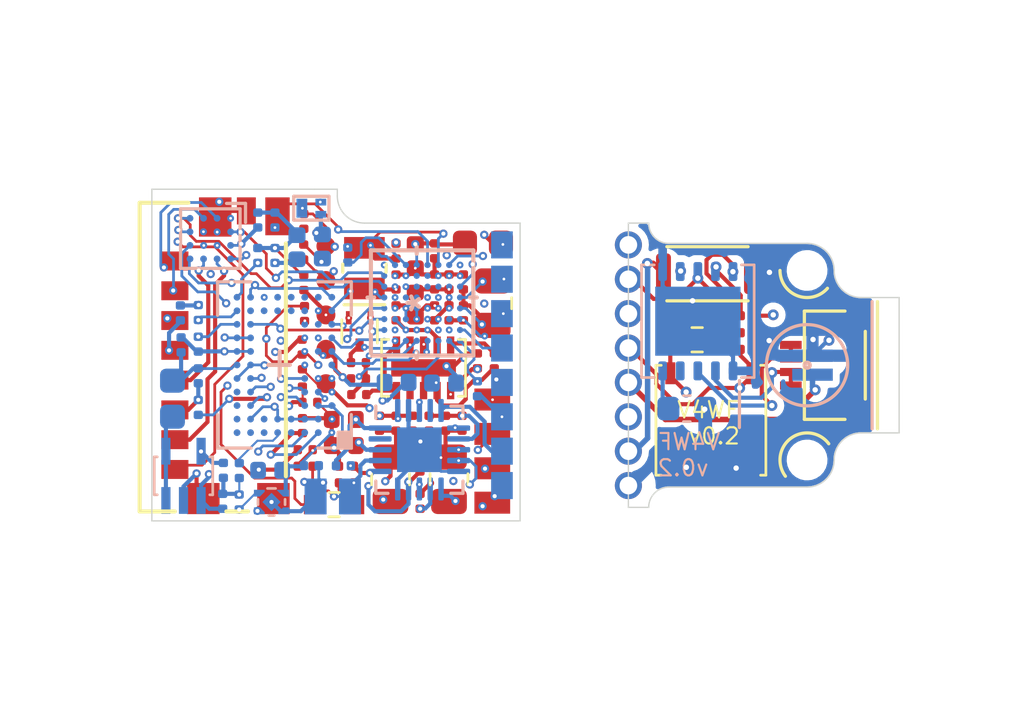
<source format=kicad_pcb>
(kicad_pcb (version 20221018) (generator pcbnew)
  (layers (0 "F.Cu" signal) (1 "In1.Cu" signal) (2 "In2.Cu" signal) (3 "In3.Cu" signal) (4 "In4.Cu" signal) (31 "B.Cu" signal) (34 "B.Paste" user) (35 "F.Paste" user) (36 "B.SilkS" user "B.Silkscreen") (37 "F.SilkS" user "F.Silkscreen") (38 "B.Mask" user) (39 "F.Mask" user) (44 "Edge.Cuts" user))
  (net 0 "")
  (net 1 "Net-(U1-FB1)")
  (net 2 "Net-(U1-FB2)")
  (net 3 "Net-(U3-CP)")
  (net 4 "Net-(U3-CM)")
  (net 5 "Net-(U2-HV)")
  (net 6 "Net-(U3-eCPO)")
  (net 7 "Net-(D2-K)")
  (net 8 "Net-(D2-A)")
  (net 9 "Net-(D3-K)")
  (net 10 "Net-(U1-SW1)")
  (net 11 "Net-(U1-SW2)")
  (net 12 "Net-(U9--)")
  (net 13 "Net-(U6B-VSW)")
  (net 14 "Net-(Q1-D)")
  (net 15 "Net-(Q2-B)")
  (net 16 "Net-(U1-PROG)")
  (net 17 "Net-(U1-HPWR)")
  (net 18 "Net-(U8-IBIAS_MASTER)")
  (net 20 "GND")
  (net 21 "/SD_DAT2")
  (net 22 "/SD_DAT3")
  (net 23 "/SD_DAT0")
  (net 24 "/SD_CMD")
  (net 25 "/SD_CLK")
  (net 26 "/SD_DAT1")
  (net 27 "/USB_VBUS")
  (net 28 "/SWCLK")
  (net 29 "/SWDIO")
  (net 30 "+1V8")
  (net 31 "/SPI1_MOSI")
  (net 32 "/SPI1_MISO")
  (net 33 "/SPI1_SCK")
  (net 34 "/SPI1_NSS")
  (net 35 "/SDMMC1_D0")
  (net 36 "/SDMMC1_D1")
  (net 37 "/SDMMC1_D3")
  (net 38 "/SDMMC1_CMD")
  (net 39 "/SDMMC1_D2")
  (net 40 "/SDMMC1_CK")
  (net 41 "+3V3")
  (net 42 "/EWL_1")
  (net 43 "/EWL_2")
  (net 45 "/LED_PWM")
  (net 47 "VDC")
  (net 49 "/ENT")
  (net 52 "/VDD_PIX")
  (net 53 "/VREF_BOTPLATE")
  (net 56 "Net-(C14-Pad1)")
  (net 57 "/VDDA")
  (net 60 "/I_SET")
  (net 61 "/LOCK_DETECT")
  (net 62 "/MONITOR2")
  (net 63 "/MONITOR1")
  (net 64 "/RESET_N")
  (net 65 "/TRIGGER0")
  (net 66 "/MONITOR0")
  (net 67 "/BAT+")
  (net 70 "/IR_REC")
  (net 79 "/XIN32")
  (net 80 "/XOUT32")
  (net 81 "/VDDCORE")
  (net 82 "/nRESET")
  (net 84 "/CLK1_OUT")
  (net 85 "/PCC_CLK")
  (net 86 "/PCC_DEN2")
  (net 87 "/PCC_DATA0")
  (net 88 "/PCC_DEN1")
  (net 89 "/PCC_DATA1")
  (net 90 "/PCC_DATA3")
  (net 91 "/PCC_DATA2")
  (net 92 "/PCC_DATA5")
  (net 93 "/PCC_DATA4")
  (net 94 "/ADC0")
  (net 95 "/PCC_DATA7")
  (net 96 "/PCC_DATA6")
  (net 98 "/I2C_BB_SDA")
  (net 99 "/I2C_BB_SCL")
  (net 100 "/I_LED")
  (net 101 "/UART_RX")
  (net 102 "/UART_TX")
  (net 103 "/SD_DET")
  (net 104 "/PUSH_BUT_MCU")
  (net 106 "/nON")
  (net 108 "/LED_STATUS")
  (net 109 "/3V3_EN")
  (net 112 "/nCHRG")
  (footprint ".Connector:0475710001" (layer "F.Cu") (at 80.25 64.5 90)
    (fp_text reference "J1")
    (fp_text value "0475710001")
  )
  (footprint ".Connector:1x4_USB" (layer "F.Cu") (at 91.973 67.6719 90)
    (fp_text reference "J2")
    (fp_text value "Conn_01x04")
  )
  (footprint ".Capacitor:C_0402_1005Metric_L" (layer "F.Cu") (at 86.4882 67.468 180)
    (fp_text reference "C2")
    (fp_text value "10uF")
  )
  (footprint ".Capacitor:C_0201_0603Metric_L" (layer "F.Cu") (at 87.8074 66.6432 90)
    (fp_text reference "C3")
    (fp_text value "10pF")
  )
  (footprint ".Capacitor:C_0201_0603Metric_L" (layer "F.Cu") (at 90.857 66.6425 90)
    (fp_text reference "C4")
    (fp_text value "10pF")
  )
  (footprint ".Capacitor:C_0201_0603Metric_L" (layer "F.Cu") (at 89.3076 69.5254 90)
    (fp_text reference "C5")
    (fp_text value "2.2uF")
  )
  (footprint ".Capacitor:C_0201_0603Metric_L" (layer "F.Cu") (at 99.0828 62.6712)
    (fp_text reference "C12")
    (fp_text value "2.2uF")
  )
  (footprint ".Capacitor:C_0201_0603Metric_L" (layer "F.Cu") (at 91.4247 64.3398 90)
    (fp_text reference "C13")
    (fp_text value "2.2uF")
  )
  (footprint ".Capacitor:C_0201_0603Metric_L" (layer "F.Cu") (at 88.4186 62.5658 90)
    (fp_text reference "C17")
    (fp_text value "4.7uF")
  )
  (footprint ".Capacitor:C_0201_0603Metric_L" (layer "F.Cu") (at 84.95 63.83 90)
    (fp_text reference "C42")
    (fp_text value "0.1uF")
  )
  (footprint ".Capacitor:C_0201_0603Metric_L" (layer "F.Cu") (at 85.235 65.87)
    (fp_text reference "C43")
    (fp_text value "0.1uF")
  )
  (footprint ".Capacitor:C_0201_0603Metric_L" (layer "F.Cu") (at 85.0388 62.5912 -90)
    (fp_text reference "C45")
    (fp_text value "0.1uF")
  )
  (footprint ".Capacitor:C_0201_0603Metric_L" (layer "F.Cu") (at 85.0134 61.4482 90)
    (fp_text reference "C46")
    (fp_text value "0.1uF")
  )
  (footprint ".Capacitor:C_0201_0603Metric_L" (layer "F.Cu") (at 84.9626 66.7314 90)
    (fp_text reference "C47")
    (fp_text value "0.1uF")
  )
  (footprint ".Resistor:R_0201_0603Metric_ERJ_L" (layer "F.Cu") (at 86.586 68.23 180)
    (fp_text reference "R1")
    (fp_text value "25K")
  )
  (footprint ".Resistor:R_0201_0603Metric_ERJ_L" (layer "F.Cu") (at 86.586 68.8434)
    (fp_text reference "R2")
    (fp_text value "R_Small_US")
  )
  (footprint ".Resistor:R_0201_0603Metric_ERJ_L" (layer "F.Cu") (at 88.4186 66.6425 90)
    (fp_text reference "R3")
    (fp_text value "1.25M")
  )
  (footprint ".Resistor:R_0201_0603Metric_ERJ_L" (layer "F.Cu") (at 89.0266 66.6425 90)
    (fp_text reference "R5")
    (fp_text value "1M")
  )
  (footprint ".Resistor:R_0201_0603Metric_ERJ_L" (layer "F.Cu") (at 89.6378 66.6425 90)
    (fp_text reference "R6")
    (fp_text value "649K")
  )
  (footprint ".Resistor:R_0201_0603Metric_ERJ_L" (layer "F.Cu") (at 101.424 62.6712 180)
    (fp_text reference "R7")
    (fp_text value "2.2K")
  )
  (footprint ".Capacitor:C_0805_2012Metric_L" (layer "F.Cu") (at 90.3744 68.7126 90)
    (fp_text reference "L2")
    (fp_text value "4.7uH")
  )
  (footprint ".Capacitor:C_0201_0603Metric_L" (layer "F.Cu") (at 88.4186 61.4272 90)
    (fp_text reference "C18")
    (fp_text value "22pF")
  )
  (footprint ".Capacitor:C_0201_0603Metric_L" (layer "F.Cu") (at 90.9078 61.4228 90)
    (fp_text reference "C23")
    (fp_text value "0.1uF")
  )
  (footprint ".Capacitor:C_0201_0603Metric_L" (layer "F.Cu") (at 90.9078 62.5658 -90)
    (fp_text reference "C29")
    (fp_text value "4.7uF")
  )
  (footprint ".Capacitor:C_0201_0603Metric_L" (layer "F.Cu") (at 90.3744 61.4228 90)
    (fp_text reference "C19")
    (fp_text value "0.1uF")
  )
  (footprint ".Capacitor:C_0201_0603Metric_L" (layer "F.Cu") (at 89.841 62.5658 90)
    (fp_text reference "C22")
    (fp_text value "0.1uF")
  )
  (footprint ".Capacitor:C_0201_0603Metric_L" (layer "F.Cu") (at 90.3744 62.5658 -90)
    (fp_text reference "C25")
    (fp_text value "0.1uF")
  )
  (footprint ".Capacitor:C_0402_1005Metric_L" (layer "F.Cu") (at 89.1298 60.4708 -90)
    (fp_text reference "C26")
    (fp_text value "10uF")
  )
  (footprint ".Capacitor:C_0201_0603Metric_L" (layer "F.Cu") (at 89.841 61.4228 90)
    (fp_text reference "C28")
    (fp_text value "0.1uF")
  )
  (footprint ".Capacitor:C_0402_1005Metric_L" (layer "F.Cu") (at 89.1298 62.261 -90)
    (fp_text reference "C35")
    (fp_text value "10uF")
  )
  (footprint ".Inductor:L_0603_1608Metric_L" (layer "F.Cu") (at 91.6284 59.9884 180)
    (fp_text reference "L3")
    (fp_text value "BLM18PG471SN1D")
  )
  (footprint ".Resistor:R_0201_0603Metric_ERJ_L" (layer "F.Cu") (at 85.0134 59.18576 90)
    (fp_text reference "R11")
    (fp_text value "1K")
  )
  (footprint ".Resistor:R_0201_0603Metric_ERJ_L" (layer "F.Cu") (at 85.00832 60.3186 -90)
    (fp_text reference "R12")
    (fp_text value "DNL")
  )
  (footprint ".Resistor:R_0201_0603Metric_ERJ_L" (layer "F.Cu") (at 85.062 68.23 180)
    (fp_text reference "R13")
    (fp_text value "400K")
  )
  (footprint ".Resistor:R_0201_0603Metric_ERJ_L" (layer "F.Cu") (at 85.0658 67.6204 180)
    (fp_text reference "R14")
    (fp_text value "100K")
  )
  (footprint "Crystal:Crystal_SMD_MicroCrystal_CC8V-T1A-2Pin_2.0x1.2mm" (layer "F.Cu") (at 87.2502 60.9148 90)
    (fp_text reference "Y2")
    (fp_text value "Crystal")
  )
  (footprint ".Capacitor:C_0805_2012Metric_L" (layer "F.Cu") (at 91.98824 62.20836 90)
    (fp_text reference "L5")
    (fp_text value "10uH")
  )
  (footprint ".Capacitor:C_0201_0603Metric_L" (layer "F.Cu") (at 88.4186 60.2842 90)
    (fp_text reference "C20")
    (fp_text value "22pF")
  )
  (footprint ".Capacitor:C_0402_1005Metric_L" (layer "F.Cu") (at 86.4882 66.5028 180)
    (fp_text reference "C1")
    (fp_text value "10uF")
  )
  (footprint ".Resistor:R_0201_0603Metric_ERJ_L" (layer "F.Cu") (at 90.2474 66.6425 90)
    (fp_text reference "R4")
    (fp_text value "2.05M")
  )
  (footprint ".Package_SON:SON_11_P50_300X200X80L40X25T239X64L" (layer "F.Cu") (at 89.4346 64.5978 180)
    (fp_text reference "U3")
    (fp_text value "LTC3218")
  )
  (footprint ".Transistor:TRXSOFL3P40_120X120X55L29X21L" (layer "F.Cu") (at 87.0724 63.2516 180)
    (fp_text reference "Q1")
    (fp_text value "NTK3134NT1G")
  )
  (footprint ".Capacitor:C_0201_0603Metric_L" (layer "F.Cu") (at 87.0305 65.0002 180)
    (fp_text reference "C14")
    (fp_text value "1uF")
  )
  (footprint ".Resistor:R_0201_0603Metric_ERJ_L" (layer "F.Cu") (at 87.0432 65.5844 180)
    (fp_text reference "R10")
    (fp_text value "2K")
  )
  (footprint ".Resistor:R_0201_0603Metric_ERJ_L" (layer "F.Cu") (at 87.0305 64.4033 180)
    (fp_text reference "R9")
    (fp_text value "8.2K")
  )
  (footprint ".Capacitor:C_0805_2012Metric_L" (layer "F.Cu") (at 88.2154 68.7126 90)
    (fp_text reference "L1")
    (fp_text value "10uH")
  )
  (footprint ".Connector:Conn_1x1_700_Circular_Pad" (layer "F.Cu") (at 85.8288 63.9118 -90)
    (fp_text reference "J5")
    (fp_text value "Conn_01x01")
  )
  (footprint ".Connector:Conn_1x1_700_Circular_Pad" (layer "F.Cu") (at 85.8288 60.1018 -90)
    (fp_text reference "J7")
    (fp_text value "Conn_01x01")
  )
  (footprint ".Connector:Conn_1x1_700_Circular_Pad" (layer "F.Cu") (at 85.8288 62.6418 -90)
    (fp_text reference "J6")
    (fp_text value "Conn_01x01")
  )
  (footprint ".Connector:Conn_1x1_700_Circular_Pad" (layer "F.Cu") (at 85.8288 65.1818 -90)
    (fp_text reference "J8")
    (fp_text value "Conn_01x01")
  )
  (footprint ".Connector:Conn_1x1_700_Circular_Pad" (layer "F.Cu") (at 85.8288 61.3718 -90)
    (fp_text reference "J4")
    (fp_text value "Conn_01x01")
  )
  (footprint ".Connector:Conn_1x1_700_Circular_Pad" (layer "F.Cu") (at 97 60.055 90)
    (fp_text reference "J21")
    (fp_text value "Conn_01x01")
  )
  (footprint ".Connector:Conn_1x1_700_Circular_Pad" (layer "F.Cu") (at 97 61.325 90)
    (fp_text reference "J22")
    (fp_text value "Conn_01x01")
  )
  (footprint ".Connector:Conn_1x1_700_Circular_Pad" (layer "F.Cu") (at 97 63.865 90)
    (fp_text reference "J24")
    (fp_text value "Conn_01x01")
  )
  (footprint ".Connector:Conn_1x1_700_Circular_Pad" (layer "F.Cu") (at 97 65.135 90)
    (fp_text reference "J25")
    (fp_text value "Conn_01x01")
  )
  (footprint ".Connector:Conn_1x1_700_Circular_Pad" (layer "F.Cu") (at 97 66.405 90)
    (fp_text reference "J26")
    (fp_text value "Conn_01x01")
  )
  (footprint ".Connector:Conn_1x1_700_Circular_Pad" (layer "F.Cu") (at 97 67.675 90)
    (fp_text reference "J27")
    (fp_text value "Conn_01x01")
  )
  (footprint ".Resistor:R_0201_0603Metric_ERJ_L" (layer "F.Cu") (at 100.2258 62.6712 180)
    (fp_text reference "R8")
    (fp_text value "2.2K")
  )
  (footprint ".Connector:Conn_1x1_700_Circular_Pad" (layer "F.Cu") (at 97 62.595 90)
    (fp_text reference "J23")
    (fp_text value "Conn_01x01")
  )
  (footprint ".Connector:FH19C-4S-0.5SH(10)" (layer "F.Cu") (at 103 64.5 90)
    (fp_text reference "J3")
    (fp_text value "Conn_01x04")
  )
  (footprint ".Package_SON:SON_4_P300_395X395X90L55X35L" (layer "F.Cu") (at 100.048 66.532 180)
    (fp_text reference "U5")
    (fp_text value "TSOP57438TT1")
  )
  (footprint ".Resistor:R_0201_0603Metric_ERJ_L" (layer "F.Cu") (at 101.4196 63.9158)
    (fp_text reference "R15")
    (fp_text value "37K")
  )
  (footprint ".Connector:Conn_1x1_700_Circular_Pad" (layer "F.Cu") (at 97 68.945)
    (fp_text reference "J12")
    (fp_text value "Conn_01x01")
  )
  (footprint ".Resistor:R_0201_0603Metric_ERJ_L" (layer "F.Cu") (at 101.4196 63.3 180)
    (fp_text reference "R18")
    (fp_text value "R_Small_US")
  )
  (footprint ".Switch:SMD-Switch-3mmx2mm" (layer "F.Cu") (at 99.921 61.1218 180)
    (fp_text reference "SW1")
    (fp_text value "TL3780AF330QG")
  )
  (footprint ".LED:LED_SC80X160X65L40L" (layer "F.Cu") (at 99.54 63.5602)
    (fp_text reference "D3")
    (fp_text value "LED_Small_ALT")
  )
  (footprint ".LED:LED_SC80X160X65L40L" (layer "F.Cu") (at 86.1288 69.6484 180)
    (fp_text reference "D2")
    (fp_text value "LED_Small_ALT")
  )
  (footprint ".Capacitor:C_0201_0603Metric_L" (layer "F.Cu") (at 89.841 60.2754 -90)
    (fp_text reference "C24")
    (fp_text value "0.1uF")
  )
  (footprint ".Capacitor:C_0201_0603Metric_L" (layer "F.Cu") (at 92.047 64.3398 -90)
    (fp_text reference "C15")
    (fp_text value "2.2uF")
  )
  (footprint ".Resistor:R_0201_0603Metric_ERJ_L" (layer "F.Cu") (at 89.3038 68.1498 90)
    (fp_text reference "R20")
    (fp_text value "100K")
  )
  (footprint "Resistor_SMD:R_0201_0603Metric" (layer "F.Cu") (at 84.96 64.97 90)
    (fp_text reference "R22" hide)
    (fp_text value "10K")
  )
  (footprint "" (layer "F.Cu") (at 103.59 61.02)
    (fp_text reference "")
    (fp_text value "")
  )
  (footprint "MountingHole:MountingHole_2.1mm" (layer "F.Cu") (at 103.57 67.93)
    (fp_text reference "REF**" hide)
    (fp_text value "MountingHole_2.1mm")
  )
  (footprint ".LED:LED_LXZ1_PR01_L" (layer "B.Cu") (at 103.8 64.5 90)
    (fp_text reference "D1")
    (fp_text value "LXZ1-PB01")
  )
  (footprint ".Capacitor:C_0402_1005Metric_L" (layer "B.Cu") (at 88.4384 65.134 180)
    (fp_text reference "C6")
    (fp_text value "10uF")
  )
  (footprint ".Capacitor:C_0402_1005Metric_L" (layer "B.Cu") (at 90.191 65.1594)
    (fp_text reference "C7")
    (fp_text value "10uF")
  )
  (footprint ".Capacitor:C_0201_0603Metric_L" (layer "B.Cu") (at 83.3115 59.1375 90)
    (fp_text reference "C9")
    (fp_text value "0.1uF")
  )
  (footprint ".Capacitor:C_0201_0603Metric_L" (layer "B.Cu") (at 83.9465 59.1375 90)
    (fp_text reference "C10")
    (fp_text value "0.1uF")
  )
  (footprint ".Capacitor:C_0201_0603Metric_L" (layer "B.Cu") (at 80.4541 62.5665 90)
    (fp_text reference "C11")
    (fp_text value "2.2uF")
  )
  (footprint ".Capacitor:C_0603_1608Metric_L" (layer "B.Cu") (at 99.159 66.1002)
    (fp_text reference "C16")
    (fp_text value "4.7nF 100V")
  )
  (footprint ".Capacitor:C_0201_0603Metric_L" (layer "B.Cu") (at 82.0162 69.5254 90)
    (fp_text reference "C27")
    (fp_text value "0.1uF")
  )
  (footprint ".Capacitor:C_0201_0603Metric_L" (layer "B.Cu") (at 80.4795 63.7476 90)
    (fp_text reference "C36")
    (fp_text value "4.7uF")
  )
  (footprint ".Capacitor:C_0201_0603Metric_L" (layer "B.Cu") (at 83.3115 60.4456 90)
    (fp_text reference "C38")
    (fp_text value "0.1uF")
  )
  (footprint ".Capacitor:C_0201_0603Metric_L" (layer "B.Cu") (at 83.9465 60.4456 90)
    (fp_text reference "C41")
    (fp_text value "0.1uF")
  )
  (footprint ".Capacitor:C_0201_0603Metric_L" (layer "B.Cu") (at 85.2906 68.2084)
    (fp_text reference "C48")
    (fp_text value "0.1uF")
  )
  (footprint ".Capacitor:C_0402_1005Metric_L" (layer "B.Cu") (at 84.7593 60.1408 90)
    (fp_text reference "C50")
    (fp_text value "10uF")
  )
  (footprint ".Capacitor:C_0402_1005Metric_L" (layer "B.Cu") (at 85.6991 60.1154 90)
    (fp_text reference "C52")
    (fp_text value "10uF")
  )
  (footprint ".Inductor:L_0603_1608Metric_L" (layer "B.Cu") (at 80.162 65.7362 90)
    (fp_text reference "L4")
    (fp_text value "BLM18PG471SN1D")
  )
  (footprint ".Package_BGA:BGA88CP50_8X11_493X613X75B25" (layer "B.Cu") (at 84.296 64.4896 90)
    (fp_text reference "U8")
    (fp_text value "NOIP1SN0480A")
  )
  (footprint ".Connector:Conn_1x1_700_Circular_Pad" (layer "B.Cu") (at 85.4468 69.3476)
    (fp_text reference "J9")
    (fp_text value "Conn_01x01")
  )
  (footprint ".Connector:Conn_1x1_700_Circular_Pad" (layer "B.Cu") (at 86.7168 69.3476)
    (fp_text reference "J10")
    (fp_text value "Conn_01x01")
  )
  (footprint ".Capacitor:C_0201_0603Metric_L" (layer "B.Cu") (at 82.0416 68.3824 -90)
    (fp_text reference "C30")
    (fp_text value "0.1uF")
  )
  (footprint "Package_BGA:BGA-16_1.92x1.92mm_Layout4x4_P0.5mm" (layer "B.Cu") (at 81.559 59.8233 180)
    (fp_text reference "U4")
    (fp_text value "MAX13030EETE+BGA")
  )
  (footprint ".Package_SOT:SOT_23-5P65_210X110L36X22L" (layer "B.Cu") (at 80.5684 68.5856 180)
    (fp_text reference "U9")
    (fp_text value "LMV321IDCKR")
  )
  (footprint ".Capacitor:C_0201_0603Metric_L" (layer "B.Cu") (at 82.6258 69.5508 90)
    (fp_text reference "C37")
    (fp_text value "1uF")
  )
  (footprint ".Capacitor:C_0402_1005Metric_L" (layer "B.Cu") (at 83.7688 68.3824 180)
    (fp_text reference "C51")
    (fp_text value "10uF")
  )
  (footprint ".Package_QFN:UQFN_MCP1711" (layer "B.Cu") (at 83.8196 69.5508 -90)
    (fp_text reference "U7")
    (fp_text value "NCP163AMX330TBG")
  )
  (footprint ".Package_BGA:ATSAMD51J20A-UUT-EFP" (layer "B.Cu") (at 89.3822 62.1982 90)
    (fp_text reference "U6")
    (fp_text value "ATSAMD51J20A-UUT-EFP")
  )
  (footprint "Package_DFN_QFN:QFN-20-1EP_3x3mm_P0.4mm_EP1.65x1.65mm" (layer "B.Cu") (at 89.2806 67.6211 -90)
    (fp_text reference "U1")
    (fp_text value "LTC3554")
  )
  (footprint ".Connector:Conn_1x1_700_Circular_Pad" (layer "B.Cu") (at 92.3302 60.055 -90)
    (fp_text reference "J14")
    (fp_text value "Conn_01x01")
  )
  (footprint ".Connector:Conn_1x1_700_Circular_Pad" (layer "B.Cu") (at 92.3302 61.325 -90)
    (fp_text reference "J15")
    (fp_text value "Conn_01x01")
  )
  (footprint ".Connector:Conn_1x1_700_Circular_Pad" (layer "B.Cu") (at 92.3302 62.595 -90)
    (fp_text reference "J16")
    (fp_text value "Conn_01x01")
  )
  (footprint ".Connector:Conn_1x1_700_Circular_Pad" (layer "B.Cu") (at 92.3302 63.865 -90)
    (fp_text reference "J17")
    (fp_text value "Conn_01x01")
  )
  (footprint ".Connector:Conn_1x1_700_Circular_Pad" (layer "B.Cu") (at 92.3302 65.135 -90)
    (fp_text reference "J18")
    (fp_text value "Conn_01x01")
  )
  (footprint ".Connector:Conn_1x1_700_Circular_Pad" (layer "B.Cu") (at 92.3302 66.405 -90)
    (fp_text reference "J19")
    (fp_text value "Conn_01x01")
  )
  (footprint ".Connector:Conn_1x1_700_Circular_Pad" (layer "B.Cu") (at 92.3302 67.675 -90)
    (fp_text reference "J20")
    (fp_text value "Conn_01x01")
  )
  (footprint ".Package_SON:SON11P65_400X400X80L40X30T315X255L" (layer "B.Cu") (at 99.5654 62.8744)
    (fp_text reference "U2")
    (fp_text value "HV892")
  )
  (footprint ".Capacitor:C_0201_0603Metric_L" (layer "B.Cu") (at 81.1144 62.5538 90)
    (fp_text reference "C44")
    (fp_text value "0.1uF")
  )
  (footprint ".Capacitor:C_0201_0603Metric_L" (layer "B.Cu") (at 81.1144 66.059 90)
    (fp_text reference "C40")
    (fp_text value "0.1uF")
  )
  (footprint ".Capacitor:C_0201_0603Metric_L" (layer "B.Cu") (at 81.1144 64.8906 -90)
    (fp_text reference "C53")
    (fp_text value "0.1uF")
  )
  (footprint ".Capacitor:C_0201_0603Metric_L" (layer "B.Cu") (at 81.1145 63.7222 -90)
    (fp_text reference "C49")
    (fp_text value "0.1uF")
  )
  (footprint ".Resistor:R_0201_0603Metric_ERJ_L" (layer "B.Cu") (at 91.4247 65.3685 90)
    (fp_text reference "R16")
    (fp_text value "100K")
  )
  (footprint ".Resistor:R_0201_0603Metric_ERJ_L" (layer "B.Cu") (at 86.4761 68.2133 180)
    (fp_text reference "R17")
    (fp_text value "25K")
  )
  (footprint ".Connector:Conn_1x1_700_Circular_Pad" (layer "B.Cu") (at 92.3302 68.945)
    (fp_text reference "J11")
    (fp_text value "Conn_01x01")
  )
  (footprint ".Resistor:R_0201_0603Metric_ERJ_L" (layer "B.Cu") (at 86.6368 60.4282 -90)
    (fp_text reference "R19")
    (fp_text value "1K")
  )
  (footprint ".Transistor:TRXDFN3_101X61X53L25X15N" (layer "B.Cu") (at 85.2906 58.701 180)
    (fp_text reference "Q2")
    (fp_text value "MMBT3904LP-7B")
  )
  (footprint ".Resistor:R_0201_0603Metric_ERJ_L" (layer "B.Cu") (at 82.63 68.39 -90)
    (fp_text reference "R21")
    (fp_text value "47k5")
  )
  (gr_line (start 106 62.15) (end 106 66.85) (stroke (width 0.12)) (layer "B.SilkS"))
  (gr_circle (center 103.6 64.5) (end 103.6 66) (stroke (width 0.12)) (fill none) (layer "B.SilkS"))
  (gr_line (start 101.1042 65.0684) (end 101.1 66.8) (stroke (width 0.12)) (layer "B.SilkS"))
  (gr_line (start 106.2 62.15) (end 106.2 66.85) (stroke (width 0.12)) (layer "F.SilkS"))
  (gr_arc (start 102.800001 68.6) (mid 103 67.200001) (end 104.399999 67.4) (stroke (width 0.12)) (layer "F.SilkS"))
  (gr_arc (start 104.352577 61.658505) (mid 103.248273 61.936103) (end 102.6 61) (stroke (width 0.12)) (layer "F.SilkS"))
  (gr_line (start 93 59.25) (end 87.25 59.25) (stroke (width 0.05)) (layer "Edge.Cuts"))
  (gr_line (start 97.75 59.25) (end 97 59.25) (stroke (width 0.05)) (layer "Edge.Cuts"))
  (gr_line (start 105.6 67) (end 107 67) (stroke (width 0.05)) (layer "Edge.Cuts"))
  (gr_arc (start 103.6 60) (mid 104.307107 60.292893) (end 104.6 61) (stroke (width 0.05)) (layer "Edge.Cuts"))
  (gr_arc (start 105.6 62) (mid 104.892893 61.707107) (end 104.6 61) (stroke (width 0.05)) (layer "Edge.Cuts"))
  (gr_line (start 105.6 62) (end 107 62) (stroke (width 0.05)) (layer "Edge.Cuts"))
  (gr_line (start 98.5 69) (end 103.6 69) (stroke (width 0.05)) (layer "Edge.Cuts"))
  (gr_line (start 93 70.25) (end 93 59.25) (stroke (width 0.05)) (layer "Edge.Cuts"))
  (gr_line (start 86.25 58) (end 85.4 58) (stroke (width 0.05)) (layer "Edge.Cuts"))
  (gr_line (start 86.25 58) (end 86.25 58.25) (stroke (width 0.05)) (layer "Edge.Cuts"))
  (gr_line (start 79.4 58) (end 85.4 58) (stroke (width 0.05)) (layer "Edge.Cuts"))
  (gr_line (start 79.4 58) (end 79.4 70.25) (stroke (width 0.05)) (layer "Edge.Cuts"))
  (gr_arc (start 98.5 60) (mid 97.96967 59.78033) (end 97.75 59.25) (stroke (width 0.05)) (layer "Edge.Cuts"))
  (gr_line (start 103.6 60) (end 98.5 60) (stroke (width 0.05)) (layer "Edge.Cuts"))
  (gr_line (start 97 59.25) (end 97 69.75) (stroke (width 0.05)) (layer "Edge.Cuts"))
  (gr_arc (start 104.6 68) (mid 104.892893 67.292893) (end 105.6 67) (stroke (width 0.05)) (layer "Edge.Cuts"))
  (gr_arc (start 97.75 69.75) (mid 97.96967 69.21967) (end 98.5 69) (stroke (width 0.05)) (layer "Edge.Cuts"))
  (gr_line (start 107 62) (end 107 67) (stroke (width 0.05)) (layer "Edge.Cuts"))
  (gr_line (start 97 69.75) (end 97.75 69.75) (stroke (width 0.05)) (layer "Edge.Cuts"))
  (gr_line (start 79.4 70.25) (end 93 70.25) (stroke (width 0.05)) (layer "Edge.Cuts"))
  (gr_line (start 93 59.25) (end 93 59.25) (stroke (width 0.05)) (layer "Edge.Cuts"))
  (gr_arc (start 104.6 68) (mid 104.307107 68.707107) (end 103.6 69) (stroke (width 0.05)) (layer "Edge.Cuts"))
  (gr_arc (start 87.25 59.25) (mid 86.542893 58.957107) (end 86.25 58.25) (stroke (width 0.05)) (layer "Edge.Cuts"))
  (gr_text "V4WF \nv0.2" (at 99.0198 67.8116) (layer "B.SilkS") (effects (font (size 0.6 0.6) (thickness 0.08)) (justify mirror)))
  (gr_text "V4WF \nv0.2" (at 100.175 66.6336) (layer "F.SilkS") (effects (font (size 0.6 0.6) (thickness 0.08))))
  (segment (start 87.8081 66.3675) (end 87.8074 66.3682) (width 0.1524) (layer "F.Cu") (net 1))
  (segment (start 88.4186 66.3675) (end 87.8081 66.3675) (width 0.1524) (layer "F.Cu") (net 1))
  (segment (start 88.4186 66.3675) (end 89.0266 66.3675) (width 0.1524) (layer "F.Cu") (net 1))
  (segment (start 87.8081 66.3675) (end 87.8081 66.3675) (width 0.1524) (layer "F.Cu") (net 1))
  (via (at 87.8081 66.3675) (size 0.3048) (drill 0.1524) (layers "F.Cu" "B.Cu") (net 1))
  (via micro (at 90.6014 66.8083) (size 0.254) (drill 0.1016) (layers "In4.Cu" "B.Cu") (net 1))
  (segment (start 90.2474 66.3675) (end 89.6378 66.3675) (width 0.1524) (layer "F.Cu") (net 2))
  (segment (start 90.2474 66.3675) (end 90.857 66.3675) (width 0.1524) (layer "F.Cu") (net 2))
  (via (at 90.857 66.3675) (size 0.3048) (drill 0.1524) (layers "F.Cu" "B.Cu") (net 2))
  (segment (start 90.7306 67.2211) (end 91.23 67.2211) (width 0.1524) (layer "B.Cu") (net 2))
  (segment (start 91.4269 67.0242) (end 91.4269 66.6813) (width 0.1524) (layer "B.Cu") (net 2))
  (segment (start 91.1131 66.3675) (end 90.857 66.3675) (width 0.1524) (layer "B.Cu") (net 2))
  (segment (start 91.23 67.2211) (end 91.4269 67.0242) (width 0.1524) (layer "B.Cu") (net 2))
  (segment (start 91.4269 66.6813) (end 91.1131 66.3675) (width 0.1524) (layer "B.Cu") (net 2))
  (segment (start 91.679 63.6968) (end 92.047 64.0648) (width 0.1524) (layer "F.Cu") (net 3))
  (segment (start 90.4346 63.7578) (end 90.4956 63.6968) (width 0.1524) (layer "F.Cu") (net 3))
  (segment (start 90.4956 63.6968) (end 91.679 63.6968) (width 0.1524) (layer "F.Cu") (net 3))
  (segment (start 89.9346 65.7876) (end 89.9346 65.4378) (width 0.1524) (layer "F.Cu") (net 4))
  (segment (start 90.9929 65.360158) (end 90.9929 65.7547) (width 0.1524) (layer "F.Cu") (net 4))
  (segment (start 90.1378 65.9908) (end 89.9346 65.7876) (width 0.1524) (layer "F.Cu") (net 4))
  (segment (start 91.591702 65.043) (end 91.310058 65.043) (width 0.1524) (layer "F.Cu") (net 4))
  (segment (start 92.047 64.6148) (end 92.019902 64.6148) (width 0.1524) (layer "F.Cu") (net 4))
  (segment (start 90.7568 65.9908) (end 90.1378 65.9908) (width 0.1524) (layer "F.Cu") (net 4))
  (segment (start 91.310058 65.043) (end 90.9929 65.360158) (width 0.1524) (layer "F.Cu") (net 4))
  (segment (start 90.9929 65.7547) (end 90.7568 65.9908) (width 0.1524) (layer "F.Cu") (net 4))
  (segment (start 92.019902 64.6148) (end 91.591702 65.043) (width 0.1524) (layer "F.Cu") (net 4))
  (segment (start 98.2654 65.8866) (end 98.479 66.1002) (width 0.1524) (layer "B.Cu") (net 5))
  (segment (start 98.2654 64.7094) (end 98.2654 65.8866) (width 0.1524) (layer "B.Cu") (net 5))
  (segment (start 89.653342 63.2015) (end 88.7793 63.2015) (width 0.1524) (layer "F.Cu") (net 6))
  (segment (start 89.9346 63.482758) (end 89.653342 63.2015) (width 0.1524) (layer "F.Cu") (net 6))
  (segment (start 89.9346 63.7578) (end 89.9346 63.482758) (width 0.1524) (layer "F.Cu") (net 6))
  (segment (start 88.7793 63.2015) (end 88.4186 62.8408) (width 0.1524) (layer "F.Cu") (net 6))
  (segment (start 83.196573 68.669105) (end 81.954494 67.427026) (width 0.1016) (layer "F.Cu") (net 7))
  (segment (start 84.565305 68.669105) (end 83.196573 68.669105) (width 0.1016) (layer "F.Cu") (net 7))
  (segment (start 84.9096 69.6484) (end 85.3988 69.6484) (width 0.1016) (layer "F.Cu") (net 7))
  (segment (start 84.681 68.7848) (end 84.681 69.4198) (width 0.1016) (layer "F.Cu") (net 7))
  (segment (start 81.954494 65.491506) (end 82.1918 65.2542) (width 0.1016) (layer "F.Cu") (net 7))
  (segment (start 84.565305 68.669105) (end 84.681 68.7848) (width 0.1016) (layer "F.Cu") (net 7))
  (segment (start 81.954494 67.427026) (end 81.954494 65.491506) (width 0.1016) (layer "F.Cu") (net 7))
  (segment (start 85.3988 69.6484) (end 85.3988 69.5026) (width 0.1016) (layer "F.Cu") (net 7))
  (segment (start 84.681 69.4198) (end 84.9096 69.6484) (width 0.1016) (layer "F.Cu") (net 7))
  (via (at 82.1918 65.2542) (size 0.3048) (drill 0.1524) (layers "F.Cu" "B.Cu") (net 7))
  (via micro (at 84.9604 58.701) (size 0.254) (drill 0.1016) (layers "In4.Cu" "B.Cu") (net 7))
  (segment (start 84.9406 58.701) (end 84.9604 58.701) (width 0.1016) (layer "B.Cu") (net 7))
  (segment (start 86.311 68.8434) (end 86.311 69.1006) (width 0.1016) (layer "F.Cu") (net 8))
  (segment (start 86.311 69.1006) (end 86.8588 69.6484) (width 0.1016) (layer "F.Cu") (net 8))
  (segment (start 86.311 68.8434) (end 86.2038 68.8434) (width 0.1016) (layer "F.Cu") (net 8))
  (segment (start 100.5302 63.3) (end 100.27 63.5602) (width 0.1524) (layer "F.Cu") (net 9))
  (segment (start 101.1446 63.3) (end 100.5302 63.3) (width 0.1524) (layer "F.Cu") (net 9))
  (segment (start 87.8774 69.5326) (end 87.8709 69.5261) (width 0.1524) (layer "F.Cu") (net 10))
  (segment (start 88.2154 69.5326) (end 87.8774 69.5326) (width 0.1524) (layer "F.Cu") (net 10))
  (via (at 87.945402 69.4626) (size 0.3048) (drill 0.1524) (layers "F.Cu" "B.Cu") (net 10))
  (via micro (at 89.2806 68.9038) (size 0.254) (drill 0.1016) (layers "In4.Cu" "B.Cu") (net 10))
  (via (at 90.6141 69.5134) (size 0.3048) (drill 0.1524) (layers "F.Cu" "B.Cu") (net 11))
  (segment (start 90.4251 69.3244) (end 90.6141 69.5134) (width 0.1524) (layer "B.Cu") (net 11))
  (segment (start 90.0822 69.3244) (end 90.4251 69.3244) (width 0.1524) (layer "B.Cu") (net 11))
  (segment (start 79.9184 69.4956) (end 79.9184 67.6756) (width 0.1524) (layer "B.Cu") (net 12))
  (segment (start 79.9184 66.6448) (end 80.162 66.4012) (width 0.1524) (layer "B.Cu") (net 12))
  (segment (start 79.9184 67.6756) (end 79.9184 66.6448) (width 0.1524) (layer "B.Cu") (net 12))
  (via (at 91.6152 61.41079) (size 0.3048) (drill 0.1524) (layers "F.Cu" "B.Cu") (net 13))
  (segment (start 90.7822 61.9982) (end 91.02779 61.9982) (width 0.1016) (layer "B.Cu") (net 13))
  (segment (start 91.02779 61.9982) (end 91.6152 61.41079) (width 0.1016) (layer "B.Cu") (net 13))
  (segment (start 86.745 64.4588) (end 86.745 64.084) (width 0.1524) (layer "F.Cu") (net 14))
  (segment (start 86.745 64.084) (end 87.0724 63.7566) (width 0.1524) (layer "F.Cu") (net 14))
  (via micro (at 86.63016 60.112368) (size 0.254) (drill 0.1016) (layers "In4.Cu" "B.Cu") (net 15))
  (via micro (at 85.6208 58.4724) (size 0.254) (drill 0.1016) (layers "In4.Cu" "B.Cu") (net 15))
  (segment (start 86.6368 60.119008) (end 86.63016 60.112368) (width 0.1016) (layer "B.Cu") (net 15))
  (segment (start 85.6244 58.476) (end 85.6208 58.4724) (width 0.1016) (layer "B.Cu") (net 15))
  (segment (start 86.6368 60.1532) (end 86.6368 60.119008) (width 0.1016) (layer "B.Cu") (net 15))
  (segment (start 85.6406 58.476) (end 85.6244 58.476) (width 0.1016) (layer "B.Cu") (net 15))
  (segment (start 87.111 68.48) (end 86.861 68.23) (width 0.1524) (layer "F.Cu") (net 16))
  (segment (start 87.4623 68.48) (end 87.111 68.48) (width 0.1524) (layer "F.Cu") (net 16))
  (via (at 87.4496 68.48) (size 0.3048) (drill 0.1524) (layers "F.Cu" "B.Cu") (net 16))
  (segment (start 87.5212 68.4211) (end 87.4623 68.48) (width 0.1524) (layer "B.Cu") (net 16))
  (segment (start 87.8306 68.4211) (end 87.5212 68.4211) (width 0.1524) (layer "B.Cu") (net 16))
  (via micro (at 88.491 66.4734) (size 0.254) (drill 0.1016) (layers "In4.Cu" "B.Cu") (net 17))
  (via micro (at 86.7384 68.2133) (size 0.254) (drill 0.1016) (layers "In4.Cu" "B.Cu") (net 17))
  (segment (start 88.4806 66.1711) (end 88.4806 66.463) (width 0.1524) (layer "B.Cu") (net 17))
  (segment (start 88.4806 66.463) (end 88.491 66.4734) (width 0.1524) (layer "B.Cu") (net 17))
  (segment (start 86.7511 68.2133) (end 86.7384 68.2133) (width 0.1524) (layer "B.Cu") (net 17))
  (segment (start 84.046 66.9896) (end 84.046 67.114) (width 0.0762) (layer "B.Cu") (net 18))
  (segment (start 83.2982 67.28949) (end 82.63 67.95769) (width 0.0762) (layer "B.Cu") (net 18))
  (segment (start 82.63 67.96) (end 82.63 68.115) (width 0.0762) (layer "B.Cu") (net 18))
  (segment (start 84.046 67.114) (end 83.87051 67.28949) (width 0.0762) (layer "B.Cu") (net 18))
  (segment (start 83.87051 67.28949) (end 83.2982 67.28949) (width 0.0762) (layer "B.Cu") (net 18))
  (segment (start 82.63 67.95769) (end 82.63 67.96) (width 0.0762) (layer "B.Cu") (net 18))
  (segment (start 81.051 69.176) (end 81.051 68.4974) (width 0.1524) (layer "F.Cu") (net 20))
  (segment (start 85.0134 61.1732) (end 84.9491 61.1732) (width 0.1016) (layer "F.Cu") (net 20))
  (segment (start 89.841 62.2908) (end 89.8414 62.2908) (width 0.1524) (layer "F.Cu") (net 20))
  (segment (start 99.3578 62.6712) (end 99.3578 62.1322) (width 0.1524) (layer "F.Cu") (net 20))
  (segment (start 84.9626 66.4564) (end 85.9968 66.4564) (width 0.1524) (layer "F.Cu") (net 20))
  (segment (start 101.548 68.267) (end 101.013 68.267) (width 0.1524) (layer "F.Cu") (net 20))
  (segment (start 81.3 69.425) (end 81.051 69.176) (width 0.1524) (layer "F.Cu") (net 20))
  (segment (start 101.8742 63.9158) (end 102.2 63.59) (width 0.1524) (layer "F.Cu") (net 20))
  (segment (start 84.0535 68.3577) (end 83.3497 68.3577) (width 0.1524) (layer "F.Cu") (net 20))
  (segment (start 86.7555 65.0002) (end 86.7555 64.9961) (width 0.1524) (layer "F.Cu") (net 20))
  (segment (start 85.51 65.87) (end 86.0432 66.4032) (width 0.0762) (layer "F.Cu") (net 20))
  (segment (start 86.311 67.7358) (end 86.0432 67.468) (width 0.1524) (layer "F.Cu") (net 20))
  (segment (start 99.3578 62.1322) (end 99.37 62.12) (width 0.1524) (layer "F.Cu") (net 20))
  (segment (start 84.369604 64.010396) (end 84.825 63.555) (width 0.1524) (layer "F.Cu") (net 20))
  (segment (start 80.7441 66.15) (end 81.1145 65.7796) (width 0.1524) (layer "F.Cu") (net 20))
  (segment (start 90.3746 64.5978) (end 90.4341 64.6573) (width 0.1524) (layer "F.Cu") (net 20))
  (segment (start 85.0388 62.8662) (end 85.0422 62.8662) (width 0.1524) (layer "F.Cu") (net 20))
  (segment (start 89.6378 66.9175) (end 89.6378 66.9972) (width 0.1524) (layer "F.Cu") (net 20))
  (segment (start 86.6724 62.754) (end 86.6754 62.757) (width 0.1524) (layer "F.Cu") (net 20))
  (segment (start 89.841 61.1478) (end 89.841 60.5504) (width 0.1524) (layer "F.Cu") (net 20))
  (segment (start 89.4346 65.4378) (end 89.4346 64.5978) (width 0.1524) (layer "F.Cu") (net 20))
  (segment (start 91.0266 64.0648) (end 90.4341 64.6573) (width 0.1524) (layer "F.Cu") (net 20))
  (segment (start 89.2916 69.2594) (end 89.698 68.853) (width 0.1524) (layer "F.Cu") (net 20))
  (segment (start 86.7555 65.0002) (end 86.5056 65.0002) (width 0.1016) (layer "F.Cu") (net 20))
  (segment (start 89.3076 69.2504) (end 89.3006 69.2504) (width 0.1016) (layer "F.Cu") (net 20))
  (segment (start 88.8934 61.1522) (end 89.1298 60.9158) (width 0.1524) (layer "F.Cu") (net 20))
  (segment (start 86.311 68.23) (end 86.311 67.7358) (width 0.1524) (layer "F.Cu") (net 20))
  (segment (start 84.7908 67.6204) (end 84.0535 68.3577) (width 0.1524) (layer "F.Cu") (net 20))
  (segment (start 81.965 58.8) (end 81.74 59.025) (width 0.1524) (layer "F.Cu") (net 20))
  (segment (start 86.0432 66.4032) (end 86.0432 66.5028) (width 0.0762) (layer "F.Cu") (net 20))
  (segment (start 82.89 58.8) (end 81.965 58.8) (width 0.1524) (layer "F.Cu") (net 20))
  (segment (start 80.25 66.15) (end 80.7441 66.15) (width 0.1524) (layer "F.Cu") (net 20))
  (segment (start 85.8288 63.9118) (end 86.178799 64.261799) (width 0.1524) (layer "F.Cu") (net 20))
  (segment (start 101.546 61.1218) (end 102.1582 61.1218) (width 0.1524) (layer "F.Cu") (net 20))
  (segment (start 86.6724 62.7466) (end 86.6724 62.754) (width 0.1016) (layer "F.Cu") (net 20))
  (segment (start 88.4186 62.2908) (end 88.7146 62.2908) (width 0.1524) (layer "F.Cu") (net 20))
  (segment (start 89.4346 64.5978) (end 90.3746 64.5978) (width 0.1524) (layer "F.Cu") (net 20))
  (segment (start 85.7734 63.9672) (end 85.8288 63.9118) (width 0.1524) (layer "F.Cu") (net 20))
  (segment (start 84.825 63.555) (end 84.95 63.555) (width 0.1524) (layer "F.Cu") (net 20))
  (segment (start 88.7146 62.2908) (end 89.1298 62.706) (width 0.1524) (layer "F.Cu") (net 20))
  (segment (start 98.548 68.267) (end 99.137 68.267) (width 0.1524) (layer "F.Cu") (net 20))
  (segment (start 86.7555 64.9961) (end 86.7516 64.9922) (width 0.1524) (layer "F.Cu") (net 20))
  (segment (start 89.1289 64.5978) (end 89.4346 64.5978) (width 0.1524) (layer "F.Cu") (net 20))
  (segment (start 101.013 68.267) (end 100.98 68.3) (width 0.1524) (layer "F.Cu") (net 20))
  (segment (start 88.9346 65.4378) (end 88.9346 64.7921) (width 0.1524) (layer "F.Cu") (net 20))
  (segment (start 85.0422 62.8662) (end 85.0498 62.8586) (width 0.1524) (layer "F.Cu") (net 20))
  (segment (start 90.3744 62.8408) (end 90.9078 62.8408) (width 0.1524) (layer "F.Cu") (net 20))
  (segment (start 89.6378 66.9972) (end 89.3187 67.3163) (width 0.1524) (layer "F.Cu") (net 20))
  (segment (start 89.545 62.2908) (end 89.1298 62.706) (width 0.1524) (layer "F.Cu") (net 20))
  (segment (start 84.000807 63.9672) (end 83.957611 64.010396) (width 0.1524) (layer "F.Cu") (net 20))
  (segment (start 84.9491 61.1732) (end 83.9465 60.1706) (width 0.1016) (layer "F.Cu") (net 20))
  (segment (start 89.841 61.1478) (end 89.3618 61.1478) (width 0.1524) (layer "F.Cu") (net 20))
  (segment (start 91.4247 64.0648) (end 91.0266 64.0648) (width 0.1524) (layer "F.Cu") (net 20))
  (segment (start 99.137 68.267) (end 99.14 68.27) (width 0.1524) (layer "F.Cu") (net 20))
  (segment (start 86.178799 64.261799) (end 86.178799 64.673399) (width 0.1524) (layer "F.Cu") (net 20))
  (segment (start 88.4186 61.1522) (end 88.8934 61.1522) (width 0.1524) (layer "F.Cu") (net 20))
  (segment (start 86.178799 64.673399) (end 86.4468 64.9414) (width 0.1524) (layer "F.Cu") (net 20))
  (segment (start 89.8414 62.2908) (end 89.8504 62.2998) (width 0.1524) (layer "F.Cu") (net 20))
  (segment (start 101.6946 63.3) (end 101.91 63.3) (width 0.1524) (layer "F.Cu") (net 20))
  (segment (start 101.91 63.3) (end 102.2 63.59) (width 0.1524) (layer "F.Cu") (net 20))
  (segment (start 86.5056 65.0002) (end 86.4468 64.9414) (width 0.1016) (layer "F.Cu") (net 20))
  (segment (start 85.9968 66.4564) (end 86.0432 66.5028) (width 0.1524) (layer "F.Cu") (net 20))
  (segment (start 102.1582 61.1218) (end 102.21 61.07) (width 0.1524) (layer "F.Cu") (net 20))
  (segment (start 90.3744 61.1478) (end 89.841 61.1478) (width 0.1524) (layer "F.Cu") (net 20))
  (segment (start 101.6946 63.9158) (end 101.8742 63.9158) (width 0.1524) (layer "F.Cu") (net 20))
  (segment (start 83.957611 64.010396) (end 84.369604 64.010396) (width 0.1524) (layer "F.Cu") (net 20))
  (segment (start 89.3006 69.2504) (end 89.2916 69.2594) (width 0.1016) (layer "F.Cu") (net 20))
  (segment (start 90.9078 61.1478) (end 90.3744 61.1478) (width 0.1524) (layer "F.Cu") (net 20))
  (segment (start 89.841 62.2908) (end 89.545 62.2908) (width 0.1524) (layer "F.Cu") (net 20))
  (segment (start 89.3618 61.1478) (end 89.1298 60.9158) (width 0.1524) (layer "F.Cu") (net 20))
  (segment (start 86.0432 66.5028) (end 86.0432 67.468) (width 0.1524) (layer "F.Cu") (net 20))
  (segment (start 88.9346 64.7921) (end 89.1289 64.5978) (width 0.1524) (layer "F.Cu") (net 20))
  (segment (start 89.0266 66.9175) (end 89.0266 67.0242) (width 0.1524) (layer "F.Cu") (net 20))
  (segment (start 89.0266 67.0242) (end 89.3187 67.3163) (width 0.1524) (layer "F.Cu") (net 20))
  (via (at 81.051 68.4974) (size 0.3048) (drill 0.1524) (layers "F.Cu" "B.Cu") (net 20))
  (via (at 83.3497 68.3577) (size 0.3048) (drill 0.1524) (layers "F.Cu" "B.Cu") (net 20))
  (via (at 85.474133 59.612893) (size 0.3048) (drill 0.1524) (layers "F.Cu" "B.Cu") (net 20))
  (via (at 81.1145 65.7796) (size 0.3048) (drill 0.1524) (layers "F.Cu" "B.Cu") (net 20))
  (via (at 92.0602 69.3356) (size 0.3048) (drill 0.1524) (layers "F.Cu" "B.Cu") (net 20))
  (via (at 99.14 68.27) (size 0.4) (drill 0.2) (layers "F.Cu" "B.Cu") (net 20))
  (via (at 102.2 63.59) (size 0.4) (drill 0.2) (layers "F.Cu" "B.Cu") (net 20))
  (via (at 83.957611 64.010396) (size 0.3048) (drill 0.1524) (layers "F.Cu" "B.Cu") (net 20))
  (via (at 103.82 63.55) (size 0.4) (drill 0.2) (layers "F.Cu" "B.Cu") (net 20))
  (via (at 100.98 68.3) (size 0.4) (drill 0.2) (layers "F.Cu" "B.Cu") (net 20))
  (via micro (at 89.8504 62.2998) (size 0.254) (drill 0.1016) (layers "F.Cu" "In1.Cu") (net 20))
  (via (at 83.21 61.5378) (size 0.3048) (drill 0.1524) (layers "F.Cu" "B.Cu") (net 20))
  (via (at 102.21 61.07) (size 0.4) (drill 0.2) (layers "F.Cu" "B.Cu") (net 20))
  (via (at 99.8194 66.1256) (size 0.4) (drill 0.2) (layers "F.Cu" "B.Cu") (net 20))
  (via (at 81.5717 61.1314) (size 0.3048) (drill 0.1524) (layers "F.Cu" "B.Cu") (net 20))
  (via micro (at 86.6724 62.754) (size 0.254) (drill 0.1016) (layers "F.Cu" "In1.Cu") (net 20))
  (via (at 83.556203 64.504598) (size 0.3048) (drill 0.1524) (layers "F.Cu" "B.Cu") (net 20))
  (via micro (at 89.698 68.853) (size 0.254) (drill 0.1016) (layers "F.Cu" "In1.Cu") (net 20))
  (via (at 86.4468 64.9414) (size 0.3048) (drill 0.1524) (layers "F.Cu" "B.Cu") (net 20))
  (via (at 83.9322 66.0336) (size 0.3048) (drill 0.1524) (layers "F.Cu" "B.Cu") (net 20))
  (via (at 99.37 62.12) (size 0.4) (drill 0.2) (layers "F.Cu" "B.Cu") (net 20))
  (via (at 104.41 63.58) (size 0.4) (drill 0.2) (layers "F.Cu" "B.Cu") (net 20))
  (via (at 86.131 67.5449) (size 0.3048) (drill 0.1524) (layers "F.Cu" "B.Cu") (net 20))
  (via (at 82.6258 69.2758) (size 0.3048) (drill 0.1524) (layers "F.Cu" "B.Cu") (net 20))
  (via (at 85.0322 68.8102) (size 0.3048) (drill 0.1524) (layers "F.Cu" "B.Cu") (net 20))
  (via micro (at 85.0498 62.8586) (size 0.254) (drill 0.1016) (layers "F.Cu" "In1.Cu") (net 20))
  (via (at 82.0902 63.4762) (size 0.3048) (drill 0.1524) (layers "F.Cu" "B.Cu") (net 20))
  (via (at 91.6152 69.707) (size 0.3048) (drill 0.1524) (layers "F.Cu" "B.Cu") (net 20))
  (via (at 83.9465 60.1706) (size 0.3048) (drill 0.1524) (layers "F.Cu" "B.Cu") (net 20))
  (via micro (at 90.9078 62.8408) (size 0.254) (drill 0.1016) (layers "F.Cu" "In1.Cu") (net 20))
  (via (at 88.417 59.963) (size 0.3048) (drill 0.1524) (layers "F.Cu" "B.Cu") (net 20))
  (via (at 83.8196 69.5515) (size 0.3048) (drill 0.1524) (layers "F.Cu" "B.Cu") (net 20))
  (via (at 81.8892 58.4644) (size 0.3048) (drill 0.1524) (layers "F.Cu" "B.Cu") (net 20))
  (via (at 85.7224 68.8356) (size 0.3048) (drill 0.1524) (layers "F.Cu" "B.Cu") (net 20))
  (via (at 81.1272 62.2744) (size 0.3048) (drill 0.1524) (layers "F.Cu" "B.Cu") (net 20))
  (via micro (at 89.1298 60.9158) (size 0.254) (drill 0.1016) (layers "F.Cu" "In1.Cu") (net 20))
  (via (at 89.3187 67.3163) (size 0.3048) (drill 0.1524) (layers "F.Cu" "B.Cu") (net 20))
  (via (at 90.2822 64.535) (size 0.3048) (drill 0.1524) (layers "F.Cu" "B.Cu") (net 20))
  (via (at 82.0797 63.9889) (size 0.3048) (drill 0.1524) (layers "F.Cu" "B.Cu") (net 20))
  (via micro (at 81.3177 60.0773) (size 0.254) (drill 0.1016) (layers "In4.Cu" "B.Cu") (net 20))
  (via micro (at 89.9822 62.3982) (size 0.254) (drill 0.1016) (layers "In4.Cu" "B.Cu") (net 20))
  (via micro (at 88.7822 62.3982) (size 0.254) (drill 0.1016) (layers "In4.Cu" "B.Cu") (net 20))
  (via micro (at 90.3822 63.1982) (size 0.254) (drill 0.1016) (layers "In4.Cu" "B.Cu") (net 20))
  (segment (start 82.6258 69.2758) (end 82.6258 69.2758) (width 0.1524) (layer "B.Cu") (net 20))
  (segment (start 85.7224 68.8356) (end 85.5656 69.2288) (width 0.1524) (layer "B.Cu") (net 20))
  (segment (start 88.8806 67.2211) (end 89.2806 67.6211) (width 0.1524) (layer "B.Cu") (net 20))
  (segment (start 90.6124 65.1594) (end 90.6124 64.8652) (width 0.1524) (layer "B.Cu") (net 20))
  (segment (start 90.0806 68.4211) (end 89.2806 67.6211) (width 0.1016) (layer "B.Cu") (net 20))
  (segment (start 86.046 65.9896) (end 86.4358 66.3794) (width 0.1016) (layer "B.Cu") (net 20))
  (segment (start 82.1036 63.4896) (end 82.0902 63.4762) (width 0.1016) (layer "B.Cu") (net 20))
  (segment (start 104.41 63.58) (end 104.37 63.58) (width 0.1524) (layer "B.Cu") (net 20))
  (segment (start 98.2654 61.0394) (end 98.2654 61.5744) (width 0.1524) (layer "B.Cu") (net 20))
  (segment (start 86.01724 66.01836) (end 86.046 65.9896) (width 0.1016) (layer "B.Cu") (net 20))
  (segment (start 100.8654 64.1744) (end 99.5654 62.8744) (width 0.1524) (layer "B.Cu") (net 20))
  (segment (start 86.046 61.9896) (end 86.0096 61.9896) (width 0.1016) (layer "B.Cu") (net 20))
  (segment (start 84.046 66.1474) (end 83.9322 66.0336) (width 0.1016) (layer "B.Cu") (net 20))
  (segment (start 84.3446 69.8908) (end 84.1589 69.8908) (width 0.1524) (layer "B.Cu") (net 20))
  (segment (start 83.046 61.9896) (end 83.046 61.7018) (width 0.1016) (layer "B.Cu") (net 20))
  (segment (start 82.0416 69.225) (end 82.0162 69.2504) (width 0.1524) (layer "B.Cu") (net 20))
  (segment (start 83.3115 60.1706) (end 83.9465 60.1706) (width 0.1524) (layer "B.Cu") (net 20))
  (segment (start 84.9036 69.8908) (end 85.4468 69.3476) (width 0.1524) (layer "B.Cu") (net 20))
  (segment (start 85.5656 68.6788) (end 85.7224 68.8356) (width 0.1016) (layer "B.Cu") (net 20))
  (segment (start 85.046 66.4896) (end 84.546 66.4896) (width 0.1016) (layer "B.Cu") (net 20))
  (segment (start 89.1822 61.9982) (end 88.7822 62.3982) (width 0.1016) (layer "B.Cu") (net 20))
  (segment (start 85.57476 66.01836) (end 86.01724 66.01836) (width 0.1016) (layer "B.Cu") (net 20))
  (segment (start 83.336969 61.664769) (end 83.21 61.5378) (width 0.1016) (layer "B.Cu") (net 20))
  (segment (start 83.9465 58.8625) (end 84.0145 58.8625) (width 0.1524) (layer "B.Cu") (net 20))
  (segment (start 87.9934 65.134) (end 87.9814 65.134) (width 0.1524) (layer "B.Cu") (net 20))
  (segment (start 103.82 64.13) (end 103.8 64.15) (width 0.1524) (layer "B.Cu") (net 20))
  (segment (start 98.2654 61.5744) (end 99.5654 62.8744) (width 0.1524) (layer "B.Cu") (net 20))
  (segment (start 82.0416 68.6574) (end 82.0416 69.225) (width 0.1524) (layer "B.Cu") (net 20))
  (segment (start 88.4822 69.3244) (end 88.4822 68.722328) (width 0.1524) (layer "B.Cu") (net 20))
  (segment (start 100.8654 64.7094) (end 100.8654 64.1744) (width 0.1524) (layer "B.Cu") (net 20))
  (segment (start 90.6124 64.8652) (end 90.2822 64.535) (width 0.1524) (layer "B.Cu") (net 20))
  (segment (start 89.011928 68.1926) (end 89.306 68.1926) (width 0.1524) (layer "B.Cu") (net 20))
  (segment (start 85.5656 68.2084) (end 85.5656 68.6788) (width 0.1016) (layer "B.Cu") (net 20))
  (segment (start 82.63 69.2716) (end 82.6258 69.2758) (width 0.0762) (layer "B.Cu") (net 20))
  (segment (start 86.4358 67.2401) (end 86.131 67.5449) (width 0.1016) (layer "B.Cu") (net 20))
  (segment (start 90.636 65.1594) (end 90.636 64.9887) (width 0.1524) (layer "B.Cu") (net 20))
  (segment (start 83.046 66.4896) (end 83.502 66.0336) (width 0.1016) (layer "B.Cu") (net 20))
  (segment (start 85.6991 59.6704) (end 85.53164 59.6704) (width 0.1016) (layer "B.Cu") (net 20))
  (segment (start 85.684769 61.664769) (end 83.336969 61.664769) (width 0.1016) (layer "B.Cu") (net 20))
  (segment (start 81.1144 65.1656) (end 81.1144 65.784) (width 0.1524) (layer "B.Cu") (net 20))
  (segment (start 81.1228 63.9889) (end 81.1145 63.9972) (width 0.1524) (layer "B.Cu") (net 20))
  (segment (start 104.37 63.58) (end 103.8 64.15) (width 0.1524) (layer "B.Cu") (net 20))
  (segment (start 87.894599 65.220801) (end 86.726201 65.220801) (width 0.1524) (layer "B.Cu") (net 20))
  (segment (start 84.2845 60.1706) (end 84.7593 59.6958) (width 0.1524) (layer "B.Cu") (net 20))
  (segment (start 84.0145 58.8625) (end 84.7593 59.6073) (width 0.1524) (layer "B.Cu") (net 20))
  (segment (start 86.046 64.5406) (end 86.4468 64.9414) (width 0.1016) (layer "B.Cu") (net 20))
  (segment (start 85.6406 59.6119) (end 85.6991 59.6704) (width 0.1016) (layer "B.Cu") (net 20))
  (segment (start 85.5656 69.2288) (end 85.4468 69.3476) (width 0.1524) (layer "B.Cu") (net 20))
  (segment (start 81.1145 63.9972) (end 81.0576 63.9972) (width 0.1524) (layer "B.Cu") (net 20))
  (segment (start 86.046 65.9896) (end 86.1115 65.9896) (width 0.1524) (layer "B.Cu") (net 20))
  (segment (start 80.5684 69.4956) (end 80.5684 68.98) (width 0.1524) (layer "B.Cu") (net 20))
  (segment (start 85.6406 58.926) (end 85.6406 59.6119) (width 0.1524) (layer "B.Cu") (net 20))
  (segment (start 82.0804 63.9896) (end 82.0797 63.9889) (width 0.1524) (layer "B.Cu") (net 20))
  (segment (start 80.5684 68.98) (end 81.051 68.4974) (width 0.1524) (layer "B.Cu") (net 20))
  (segment (start 88.7822 62.3982) (end 88.7822 62.7982) (width 0.1016) (layer "B.Cu") (net 20))
  (segment (start 85.546 65.9896) (end 85.57476 66.01836) (width 0.1016) (layer "B.Cu") (net 20))
  (segment (start 86.726201 65.220801) (end 86.4468 64.9414) (width 0.1524) (layer "B.Cu") (net 20))
  (segment (start 87.9814 65.134) (end 87.894599 65.220801) (width 0.1524) (layer "B.Cu") (net 20))
  (segment (start 84.046 66.4896) (end 84.046 66.1474) (width 0.1016) (layer "B.Cu") (net 20))
  (segment (start 83.9465 60.1706) (end 84.2845 60.1706) (width 0.1524) (layer "B.Cu") (net 20))
  (segment (start 83.046 63.9896) (end 82.0804 63.9896) (width 0.1016) (layer "B.Cu") (net 20))
  (segment (start 88.8806 66.1711) (end 88.8806 67.2211) (width 0.1524) (layer "B.Cu") (net 20))
  (segment (start 82.546 64.9896) (end 83.046 64.4896) (width 0.1016) (layer "B.Cu") (net 20))
  (segment (start 85.4468 69.3476) (end 85.4468 69.2248) (width 0.1016) (layer "B.Cu") (net 20))
  (segment (start 84.7593 59.6073) (end 84.7593 59.6958) (width 0.1524) (layer "B.Cu") (net 20))
  (segment (start 83.046 64.4896) (end 83.541205 64.4896) (width 0.1016) (layer "B.Cu") (net 20))
  (segment (start 90.636 65.1594) (end 90.6124 65.1594) (width 0.1524) (layer "B.Cu") (net 20))
  (segment (start 81.0576 63.9972) (end 80.533 63.4726) (width 0.1524) (layer "B.Cu") (net 20))
  (segment (start 80.533 63.4726) (end 80.4795 63.4726) (width 0.1524) (layer "B.Cu") (net 20))
  (segment (start 88.4822 68.722328) (end 89.011928 68.1926) (width 0.1524) (layer "B.Cu") (net 20))
  (segment (start 85.53164 59.6704) (end 85.474133 59.612893) (width 0.1016) (layer "B.Cu") (net 20))
  (segment (start 86.0096 61.9896) (end 85.684769 61.664769) (width 0.1016) (layer "B.Cu") (net 20))
  (segment (start 81.1017 62.2915) (end 81.1144 62.2788) (width 0.1524) (layer "B.Cu") (net 20))
  (segment (start 85.546 66.4896) (end 85.046 66.4896) (width 0.1016) (layer "B.Cu") (net 20))
  (segment (start 86.046 64.4896) (end 86.046 64.5406) (width 0.1016) (layer "B.Cu") (net 20))
  (segment (start 80.4541 62.2915) (end 81.1017 62.2915) (width 0.1524) (layer "B.Cu") (net 20))
  (segment (start 86.4358 66.3794) (end 86.4358 67.2401) (width 0.1016) (layer "B.Cu") (net 20))
  (segment (start 90.7306 68.4211) (end 90.0806 68.4211) (width 0.1016) (layer "B.Cu") (net 20))
  (segment (start 84.3446 69.8908) (end 84.9036 69.8908) (width 0.1524) (layer "B.Cu") (net 20))
  (segment (start 83.502 66.0336) (end 83.9322 66.0336) (width 0.1016) (layer "B.Cu") (net 20))
  (segment (start 83.9465 58.8625) (end 83.3115 58.8625) (width 0.1524) (layer "B.Cu") (net 20))
  (segment (start 83.046 61.7018) (end 83.21 61.5378) (width 0.1016) (layer "B.Cu") (net 20))
  (segment (start 85.4468 69.2248) (end 85.0322 68.8102) (width 0.1016) (layer "B.Cu") (net 20))
  (segment (start 84.1589 69.8908) (end 83.8196 69.5515) (width 0.1524) (layer "B.Cu") (net 20))
  (segment (start 87.9934 65.134) (end 87.9934 64.9967) (width 0.1524) (layer "B.Cu") (net 20))
  (segment (start 82.0797 63.9889) (end 81.1228 63.9889) (width 0.1524) (layer "B.Cu") (net 20))
  (segment (start 83.541205 64.4896) (end 83.556203 64.504598) (width 0.1524) (layer "B.Cu") (net 20))
  (segment (start 83.046 63.4896) (end 82.1036 63.4896) (width 0.1016) (layer "B.Cu") (net 20))
  (segment (start 82.63 68.665) (end 82.63 69.2716) (width 0.0762) (layer "B.Cu") (net 20))
  (segment (start 84.546 66.4896) (end 84.046 66.4896) (width 0.1016) (layer "B.Cu") (net 20))
  (segment (start 82.0162 69.2504) (end 82.6004 69.2504) (width 0.1524) (layer "B.Cu") (net 20))
  (segment (start 103.82 63.55) (end 103.82 64.13) (width 0.1524) (layer "B.Cu") (net 20))
  (segment (start 82.6004 69.2504) (end 82.6258 69.2758) (width 0.1524) (layer "B.Cu") (net 20))
  (via (at 79.8445 60.8901) (size 0.3048) (drill 0.1524) (layers "F.Cu" "B.Cu") (net 21))
  (segment (start 81.225487 58.489787) (end 80.101488 58.489787) (width 0.1016) (layer "B.Cu") (net 21))
  (segment (start 81.809 59.0733) (end 81.225487 58.489787) (width 0.1016) (layer "B.Cu") (net 21))
  (segment (start 79.78099 60.8901) (end 79.7302 60.83931) (width 0.1016) (layer "B.Cu") (net 21))
  (segment (start 80.101488 58.489787) (end 79.7302 58.861075) (width 0.1016) (layer "B.Cu") (net 21))
  (segment (start 79.7302 58.861075) (end 79.7302 60.83931) (width 0.1016) (layer "B.Cu") (net 21))
  (segment (start 79.8445 60.8901) (end 79.78099 60.8901) (width 0.1524) (layer "B.Cu") (net 21))
  (via (at 80.1874 61.741) (size 0.3048) (drill 0.1524) (layers "F.Cu" "B.Cu") (net 22))
  (segment (start 80.979498 58.743798) (end 80.206702 58.743798) (width 0.1016) (layer "B.Cu") (net 22))
  (segment (start 80.0223 58.9282) (end 80.0223 60.3948) (width 0.1016) (layer "B.Cu") (net 22))
  (segment (start 80.2001 61.7283) (end 80.1874 61.741) (width 0.1524) (layer "B.Cu") (net 22))
  (segment (start 80.2001 60.5726) (end 80.2001 61.7283) (width 0.1016) (layer "B.Cu") (net 22))
  (segment (start 80.0223 60.3948) (end 80.2001 60.5726) (width 0.1016) (layer "B.Cu") (net 22))
  (segment (start 81.309 59.0733) (end 80.979498 58.743798) (width 0.1016) (layer "B.Cu") (net 22))
  (segment (start 80.206702 58.743798) (end 80.0223 58.9282) (width 0.1016) (layer "B.Cu") (net 22))
  (segment (start 81.73681 64.734926) (end 81.455189 65.016547) (width 0.1524) (layer "F.Cu") (net 23))
  (segment (start 81.455189 65.016547) (end 81.455189 66.592911) (width 0.1524) (layer "F.Cu") (net 23))
  (segment (start 82.067 61.0171) (end 82.067 61.1932) (width 0.1524) (layer "F.Cu") (net 23))
  (segment (start 80.7981 67.25) (end 80.25 67.25) (width 0.1524) (layer "F.Cu") (net 23))
  (segment (start 81.73681 61.52339) (end 81.73681 64.734926) (width 0.1524) (layer "F.Cu") (net 23))
  (segment (start 81.455189 66.592911) (end 80.7981 67.25) (width 0.1524) (layer "F.Cu") (net 23))
  (segment (start 82.067 61.1932) (end 81.73681 61.52339) (width 0.1524) (layer "F.Cu") (net 23))
  (via (at 82.067 61.0171) (size 0.3048) (drill 0.1524) (layers "F.Cu" "B.Cu") (net 23))
  (segment (start 81.809 60.7591) (end 82.067 61.0171) (width 0.1016) (layer "B.Cu") (net 23))
  (segment (start 81.809 60.5733) (end 81.809 60.7591) (width 0.1016) (layer "B.Cu") (net 23))
  (via (at 79.9715 62.7697) (size 0.3048) (drill 0.1524) (layers "F.Cu" "B.Cu") (net 24))
  (via micro (at 81.305 59.5693) (size 0.254) (drill 0.1016) (layers "In4.Cu" "B.Cu") (net 24))
  (segment (start 81.4828 64.3936) (end 80.8264 65.05) (width 0.1524) (layer "F.Cu") (net 25))
  (segment (start 81.130607 61.200007) (end 81.4828 61.5522) (width 0.1524) (layer "F.Cu") (net 25))
  (segment (start 81.130607 61.000993) (end 81.130607 61.200007) (width 0.1524) (layer "F.Cu") (net 25))
  (segment (start 81.4828 61.5522) (end 81.4828 64.3936) (width 0.1524) (layer "F.Cu") (net 25))
  (segment (start 80.8264 65.05) (end 80.25 65.05) (width 0.1524) (layer "F.Cu") (net 25))
  (via (at 81.130607 61.000993) (size 0.3048) (drill 0.1524) (layers "F.Cu" "B.Cu") (net 25))
  (segment (start 81.309 60.5733) (end 81.309 60.8226) (width 0.1016) (layer "B.Cu") (net 25))
  (segment (start 81.309 60.8226) (end 81.130607 61.000993) (width 0.1016) (layer "B.Cu") (net 25))
  (segment (start 80.6319 68.1164) (end 80.4033 68.345) (width 0.1524) (layer "F.Cu") (net 26))
  (segment (start 81.7224 65.2081) (end 81.7224 67.7227) (width 0.1016) (layer "F.Cu") (net 26))
  (segment (start 82.7638 61.1568) (end 82.7638 64.1667) (width 0.1016) (layer "F.Cu") (net 26))
  (segment (start 80.3525 59.9376) (end 80.543 60.1281) (width 0.1016) (layer "F.Cu") (net 26))
  (segment (start 81.7351 60.1281) (end 82.7638 61.1568) (width 0.1016) (layer "F.Cu") (net 26))
  (segment (start 82.7638 64.1667) (end 81.7224 65.2081) (width 0.1016) (layer "F.Cu") (net 26))
  (segment (start 80.407401 68.192599) (end 80.25 68.35) (width 0.1016) (layer "F.Cu") (net 26))
  (segment (start 81.252501 68.192599) (end 80.407401 68.192599) (width 0.1016) (layer "F.Cu") (net 26))
  (segment (start 81.7224 67.7227) (end 81.252501 68.192599) (width 0.1016) (layer "F.Cu") (net 26))
  (segment (start 80.543 60.1281) (end 81.7351 60.1281) (width 0.1016) (layer "F.Cu") (net 26))
  (via (at 80.3525 59.9376) (size 0.3048) (drill 0.1524) (layers "F.Cu" "B.Cu") (net 26))
  (via micro (at 81.813 59.582) (size 0.254) (drill 0.1016) (layers "In4.Cu" "B.Cu") (net 26))
  (segment (start 91.9755 65.7669) (end 91.9835 65.7749) (width 0.1524) (layer "F.Cu") (net 27))
  (segment (start 91.973 65.7669) (end 91.9755 65.7669) (width 0.1524) (layer "F.Cu") (net 27))
  (via micro (at 91.9835 65.7749) (size 0.254) (drill 0.1016) (layers "F.Cu" "In1.Cu") (net 27))
  (via (at 86.9332 66.5028) (size 0.3048) (drill 0.1524) (layers "F.Cu" "B.Cu") (net 27))
  (segment (start 87.8306 66.8211) (end 87.2515 66.8211) (width 0.1524) (layer "B.Cu") (net 27))
  (segment (start 86.7003 66.7357) (end 86.7003 67.5148) (width 0.1524) (layer "B.Cu") (net 27))
  (segment (start 86.2011 68.014) (end 86.2011 68.2133) (width 0.1524) (layer "B.Cu") (net 27))
  (segment (start 86.9332 66.5028) (end 86.7003 66.7357) (width 0.1524) (layer "B.Cu") (net 27))
  (segment (start 87.2515 66.8211) (end 86.9332 66.5028) (width 0.1524) (layer "B.Cu") (net 27))
  (segment (start 86.7003 67.5148) (end 86.2011 68.014) (width 0.1524) (layer "B.Cu") (net 27))
  (segment (start 85.8288 60.1018) (end 85.8288 59.3958) (width 0.1016) (layer "F.Cu") (net 28))
  (segment (start 85.34376 58.91076) (end 85.0134 58.91076) (width 0.1016) (layer "F.Cu") (net 28))
  (segment (start 85.8288 60.1018) (end 85.8288 60.1186) (width 0.1016) (layer "F.Cu") (net 28))
  (segment (start 85.8288 60.1186) (end 85.824 60.1234) (width 0.1016) (layer "F.Cu") (net 28))
  (segment (start 85.8288 59.3958) (end 85.34376 58.91076) (width 0.1016) (layer "F.Cu") (net 28))
  (via (at 86.1542 60.1234) (size 0.3048) (drill 0.1524) (layers "F.Cu" "B.Cu") (net 28))
  (via micro (at 89.9822 61.9982) (size 0.254) (drill 0.1016) (layers "In4.Cu" "B.Cu") (net 28))
  (segment (start 85.8288 61.553109) (end 85.8516 61.575909) (width 0.1016) (layer "F.Cu") (net 29))
  (segment (start 85.8288 61.3718) (end 86.0329 61.5759) (width 0.1016) (layer "F.Cu") (net 29))
  (segment (start 85.436521 61.021801) (end 85.00832 60.5936) (width 0.1016) (layer "F.Cu") (net 29))
  (segment (start 85.8288 61.3718) (end 85.8288 61.3176) (width 0.1016) (layer "F.Cu") (net 29))
  (segment (start 85.0506 60.5936) (end 85.00832 60.5936) (width 0.1016) (layer "F.Cu") (net 29))
  (segment (start 85.8288 61.3718) (end 85.8288 61.553109) (width 0.1016) (layer "F.Cu") (net 29))
  (segment (start 85.478801 61.021801) (end 85.436521 61.021801) (width 0.1016) (layer "F.Cu") (net 29))
  (segment (start 85.8288 61.3718) (end 85.478801 61.021801) (width 0.1016) (layer "F.Cu") (net 29))
  (segment (start 86.12 61.0806) (end 85.8288 61.3718) (width 0.1016) (layer "F.Cu") (net 29))
  (segment (start 85.8288 61.3176) (end 86.1166 61.0298) (width 0.1016) (layer "F.Cu") (net 29))
  (segment (start 86 61.2006) (end 85.8288 61.3718) (width 0.1016) (layer "F.Cu") (net 29))
  (via (at 86.1166 61.0298) (size 0.3048) (drill 0.1524) (layers "F.Cu" "B.Cu") (net 29))
  (via micro (at 89.5822 61.9982) (size 0.254) (drill 0.1016) (layers "In4.Cu" "B.Cu") (net 29))
  (segment (start 100.49 60.42) (end 100.08 60.42) (width 0.1524) (layer "F.Cu") (net 30))
  (segment (start 84.97 65.86) (end 84.96 65.87) (width 0.0762) (layer "F.Cu") (net 30))
  (segment (start 84.608675 65.8634) (end 84.4656 66.006475) (width 0.1524) (layer "F.Cu") (net 30))
  (segment (start 92.20112 60.00872) (end 92.001294 60.00872) (width 0.1524) (layer "F.Cu") (net 30))
  (segment (start 89.841 62.8408) (end 89.841 62.8242) (width 0.1524) (layer "F.Cu") (net 30))
  (segment (start 99.885199 61.115199) (end 100.5008 61.7308) (width 0.1524) (layer "F.Cu") (net 30))
  (segment (start 85.00832 60.0436) (end 85.02502 60.0436) (width 0.1016) (layer "F.Cu") (net 30))
  (segment (start 102.3188 62.6712) (end 102.35 62.64) (width 0.1524) (layer "F.Cu") (net 30))
  (segment (start 100.8608 61.0456) (end 100.8608 60.7908) (width 0.1524) (layer "F.Cu") (net 30))
  (segment (start 89.3038 67.8748) (end 88.2332 67.8748) (width 0.1524) (layer "F.Cu") (net 30))
  (segment (start 92.001294 60.00872) (end 91.676174 59.6836) (width 0.1524) (layer "F.Cu") (net 30))
  (segment (start 88.2332 67.8748) (end 88.2154 67.8926) (width 0.1524) (layer "F.Cu") (net 30))
  (segment (start 85.8288 62.5386) (end 85.0134 61.7232) (width 0.1524) (layer "F.Cu") (net 30))
  (segment (start 85.0134 60.03852) (end 85.00832 60.0436) (width 0.1016) (layer "F.Cu") (net 30))
  (segment (start 100.08 60.42) (end 99.885199 60.614801) (width 0.1524) (layer "F.Cu") (net 30))
  (segment (start 89.248 61.6978) (end 89.1298 61.816) (width 0.1524) (layer "F.Cu") (net 30))
  (segment (start 100.8608 60.7908) (end 100.49 60.42) (width 0.1524) (layer "F.Cu") (net 30))
  (segment (start 88.4186 66.9175) (end 87.8081 66.9175) (width 0.1524) (layer "F.Cu") (net 30))
  (segment (start 88.4186 67.6894) (end 88.2154 67.8926) (width 0.1524) (layer "F.Cu") (net 30))
  (segment (start 89.841 61.6978) (end 89.248 61.6978) (width 0.1524) (layer "F.Cu") (net 30))
  (segment (start 85.0134 59.46076) (end 85.0134 60.03852) (width 0.1016) (layer "F.Cu") (net 30))
  (segment (start 88.2154 68.59125) (end 88.021597 68.785053) (width 0.1524) (layer "F.Cu") (net 30))
  (segment (start 84.97 65.33) (end 84.97 65.86) (width 0.0762) (layer "F.Cu") (net 30))
  (segment (start 89.841 62.8242) (end 90.3744 62.2908) (width 0.1524) (layer "F.Cu") (net 30))
  (segment (start 101.699 62.6712) (end 102.3188 62.6712) (width 0.1524) (layer "F.Cu") (net 30))
  (segment (start 88.4186 66.9175) (end 88.4186 67.6894) (width 0.1524) (layer "F.Cu") (net 30))
  (segment (start 100.5008 61.7308) (end 100.5008 62.6712) (width 0.1524) (layer "F.Cu") (net 30))
  (segment (start 89.841 61.6978) (end 90.3744 61.6978) (width 0.1524) (layer "F.Cu") (net 30))
  (segment (start 90.3744 61.6978) (end 90.3744 62.2908) (width 0.1524) (layer "F.Cu") (net 30))
  (segment (start 84.988 65.8634) (end 84.608675 65.8634) (width 0.1524) (layer "F.Cu") (net 30))
  (segment (start 88.2154 67.8926) (end 88.2154 68.59125) (width 0.1524) (layer "F.Cu") (net 30))
  (segment (start 99.885199 60.614801) (end 99.885199 61.115199) (width 0.1524) (layer "F.Cu") (net 30))
  (segment (start 85.02502 60.0436) (end 85.664425 60.683005) (width 0.1016) (layer "F.Cu") (net 30))
  (segment (start 87.8081 66.9175) (end 87.8074 66.9182) (width 0.1524) (layer "F.Cu") (net 30))
  (segment (start 85.8288 62.6418) (end 85.8288 62.5386) (width 0.1524) (layer "F.Cu") (net 30))
  (via (at 91.676198 62.22361) (size 0.3048) (drill 0.1524) (layers "F.Cu" "B.Cu") (net 30))
  (via (at 100.8608 61.0456) (size 0.4) (drill 0.2) (layers "F.Cu" "B.Cu") (net 30))
  (via (at 81.5082 68.5228) (size 0.3048) (drill 0.1524) (layers "F.Cu" "B.Cu") (net 30))
  (via (at 81.1145 63.4472) (size 0.3048) (drill 0.1524) (layers "F.Cu" "B.Cu") (net 30))
  (via (at 82.7061 60.0179) (size 0.3048) (drill 0.1524) (layers "F.Cu" "B.Cu") (net 30))
  (via (at 91.676174 59.6836) (size 0.3048) (drill 0.1524) (layers "F.Cu" "B.Cu") (net 30))
  (via (at 84.4656 66.006475) (size 0.3048) (drill 0.1524) (layers "F.Cu" "B.Cu") (net 30))
  (via (at 84.1608 63.5952) (size 0.3048) (drill 0.1524) (layers "F.Cu" "B.Cu") (net 30))
  (via (at 88.021597 68.785053) (size 0.3048) (drill 0.1524) (layers "F.Cu" "B.Cu") (net 30))
  (via (at 82.1432 62.2109) (size 0.3048) (drill 0.1524) (layers "F.Cu" "B.Cu") (net 30))
  (via micro (at 90.3744 61.6978) (size 0.254) (drill 0.1016) (layers "F.Cu" "In1.Cu") (net 30))
  (via micro (at 85.8288 62.6418) (size 0.254) (drill 0.1016) (layers "F.Cu" "In1.Cu") (net 30))
  (via (at 91.145275 68.9044) (size 0.3048) (drill 0.1524) (layers "F.Cu" "B.Cu") (net 30))
  (via (at 102.35 62.64) (size 0.4) (drill 0.2) (layers "F.Cu" "B.Cu") (net 30))
  (via (at 85.664425 60.683005) (size 0.3048) (drill 0.1524) (layers "F.Cu" "B.Cu") (net 30))
  (via (at 87.92 65.805) (size 0.3048) (drill 0.1524) (layers "F.Cu" "B.Cu") (net 30))
  (via micro (at 86.0548 66.4908) (size 0.254) (drill 0.1016) (layers "In4.Cu" "B.Cu") (net 30))
  (via micro (at 92.3302 66.405) (size 0.254) (drill 0.1016) (layers "In4.Cu" "B.Cu") (net 30))
  (via micro (at 89.1822 62.7982) (size 0.254) (drill 0.1016) (layers "In4.Cu" "B.Cu") (net 30))
  (via micro (at 86.7262 61.7664) (size 0.254) (drill 0.1016) (layers "In4.Cu" "B.Cu") (net 30))
  (via micro (at 90.7306 68.0211) (size 0.254) (drill 0.1016) (layers "In4.Cu" "B.Cu") (net 30))
  (via micro (at 90.3822 61.9982) (size 0.254) (drill 0.1016) (layers "In4.Cu" "B.Cu") (net 30))
  (via micro (at 89.9822 62.7982) (size 0.254) (drill 0.1016) (layers "In4.Cu" "B.Cu") (net 30))
  (segment (start 82.7061 60.0179) (end 83.3115 59.4125) (width 0.1524) (layer "B.Cu") (net 30))
  (segment (start 82.309 60.0733) (end 82.6507 60.0733) (width 0.1016) (layer "B.Cu") (net 30))
  (segment (start 91.3744 68.2399) (end 91.3744 68.675275) (width 0.1016) (layer "B.Cu") (net 30))
  (segment (start 90.7306 68.0236) (end 90.714 68.0402) (width 0.1016) (layer "B.Cu") (net 30))
  (segment (start 88.093924 65.805) (end 87.92 65.805) (width 0.1524) (layer "B.Cu") (net 30))
  (segment (start 92.0952 66.405) (end 92.0856 66.4146) (width 0.1524) (layer "B.Cu") (net 30))
  (segment (start 81.724111 61.791811) (end 82.1432 62.2109) (width 0.1016) (layer "B.Cu") (net 30))
  (segment (start 81.5082 68.6354) (end 81.5082 68.5228) (width 0.1524) (layer "B.Cu") (net 30))
  (segment (start 90.7306 68.0211) (end 91.1556 68.0211) (width 0.1016) (layer "B.Cu") (net 30))
  (segment (start 91.4247 65.6435) (end 91.5687 65.6435) (width 0.1524) (layer "B.Cu") (net 30))
  (segment (start 81.1145 63.4472) (end 81.4842 63.4472) (width 0.1016) (layer "B.Cu") (net 30))
  (segment (start 81.2184 68.9252) (end 81.5082 68.6354) (width 0.1524) (layer "B.Cu") (net 30))
  (segment (start 81.4842 63.4472) (end 81.9418 62.9896) (width 0.1016) (layer "B.Cu") (net 30))
  (segment (start 90.7306 68.0211) (end 90.7306 68.0236) (width 0.1016) (layer "B.Cu") (net 30))
  (segment (start 88.8834 65.134) (end 88.764924 65.134) (width 0.1524) (layer "B.Cu") (net 30))
  (segment (start 80.506199 60.376101) (end 80.506199 61.202799) (width 0.1016) (layer "B.Cu") (net 30))
  (segment (start 80.809 60.0733) (end 80.506199 60.376101) (width 0.1016) (layer "B.Cu") (net 30))
  (segment (start 81.095211 61.791811) (end 81.724111 61.791811) (width 0.1016) (layer "B.Cu") (net 30))
  (segment (start 91.5687 65.6435) (end 92.3302 66.405) (width 0.1524) (layer "B.Cu") (net 30))
  (segment (start 80.506199 61.202799) (end 81.095211 61.791811) (width 0.1016) (layer "B.Cu") (net 30))
  (segment (start 82.6507 60.0733) (end 82.7061 60.0179) (width 0.1524) (layer "B.Cu") (net 30))
  (segment (start 81.5232 69.8004) (end 81.2184 69.4956) (width 0.1524) (layer "B.Cu") (net 30))
  (segment (start 81.2184 69.4956) (end 81.2184 68.9252) (width 0.1524) (layer "B.Cu") (net 30))
  (segment (start 86.046 62.4896) (end 86.046 62.4466) (width 0.1016) (layer "B.Cu") (net 30))
  (segment (start 88.764924 65.134) (end 88.093924 65.805) (width 0.1524) (layer "B.Cu") (net 30))
  (segment (start 91.1556 68.0211) (end 91.3744 68.2399) (width 0.1016) (layer "B.Cu") (net 30))
  (segment (start 86.046 62.4466) (end 86.7262 61.7664) (width 0.1016) (layer "B.Cu") (net 30))
  (segment (start 92.3302 66.405) (end 92.0952 66.405) (width 0.1524) (layer "B.Cu") (net 30))
  (segment (start 82.0162 69.8004) (end 81.5232 69.8004) (width 0.1524) (layer "B.Cu") (net 30))
  (segment (start 89.1822 62.3982) (end 89.1822 62.7982) (width 0.1016) (layer "B.Cu") (net 30))
  (segment (start 81.9418 62.9896) (end 82.546 62.9896) (width 0.1016) (layer "B.Cu") (net 30))
  (segment (start 91.3744 68.675275) (end 91.145275 68.9044) (width 0.1016) (layer "B.Cu") (net 30))
  (segment (start 81.1145 63.4472) (end 81.1145 63.4472) (width 0.1524) (layer "B.Cu") (net 30))
  (via (at 83.4513 64.9668) (size 0.3048) (drill 0.1524) (layers "F.Cu" "B.Cu") (net 31))
  (via micro (at 88.7822 61.1982) (size 0.254) (drill 0.1016) (layers "In4.Cu" "B.Cu") (net 31))
  (segment (start 83.046 64.9896) (end 83.4285 64.9896) (width 0.1016) (layer "B.Cu") (net 31))
  (segment (start 83.4285 64.9896) (end 83.4513 64.9668) (width 0.1524) (layer "B.Cu") (net 31))
  (via (at 83.787717 65.298375) (size 0.3048) (drill 0.1524) (layers "F.Cu" "B.Cu") (net 32))
  (via micro (at 88.3822 61.1982) (size 0.254) (drill 0.1016) (layers "In4.Cu" "B.Cu") (net 32))
  (segment (start 83.046 65.4896) (end 83.237225 65.298375) (width 0.1016) (layer "B.Cu") (net 32))
  (segment (start 83.237225 65.298375) (end 83.787717 65.298375) (width 0.1016) (layer "B.Cu") (net 32))
  (via micro (at 88.7822 61.5982) (size 0.254) (drill 0.1016) (layers "In4.Cu" "B.Cu") (net 33))
  (via micro (at 85.787754 65.731537) (size 0.254) (drill 0.1016) (layers "In4.Cu" "B.Cu") (net 33))
  (segment (start 85.787754 65.731354) (end 85.787754 65.731537) (width 0.1016) (layer "B.Cu") (net 33))
  (segment (start 85.546 65.4896) (end 85.787754 65.731354) (width 0.1016) (layer "B.Cu") (net 33))
  (via micro (at 86.052254 65.490537) (size 0.254) (drill 0.1016) (layers "In4.Cu" "B.Cu") (net 34))
  (via micro (at 87.6406 61.7918) (size 0.254) (drill 0.1016) (layers "In4.Cu" "B.Cu") (net 34))
  (segment (start 87.9822 61.9982) (end 87.847 61.9982) (width 0.1016) (layer "B.Cu") (net 34))
  (segment (start 87.847 61.9982) (end 87.6406 61.7918) (width 0.1016) (layer "B.Cu") (net 34))
  (via (at 82.88488 60.43036) (size 0.3048) (drill 0.1524) (layers "F.Cu" "B.Cu") (net 35))
  (via micro (at 88.3822 61.5982) (size 0.254) (drill 0.1016) (layers "In4.Cu" "B.Cu") (net 35))
  (segment (start 82.309 60.5733) (end 82.74194 60.5733) (width 0.1016) (layer "B.Cu") (net 35))
  (segment (start 82.74194 60.5733) (end 82.88488 60.43036) (width 0.1016) (layer "B.Cu") (net 35))
  (segment (start 83.6274 60.387787) (end 82.820826 59.581213) (width 0.1016) (layer "F.Cu") (net 36))
  (segment (start 82.820826 59.581213) (end 82.675813 59.581213) (width 0.1016) (layer "F.Cu") (net 36))
  (segment (start 83.98216 61.27364) (end 83.6274 60.91888) (width 0.1016) (layer "F.Cu") (net 36))
  (segment (start 83.6274 60.91888) (end 83.6274 60.387787) (width 0.1016) (layer "F.Cu") (net 36))
  (via (at 83.98216 61.27364) (size 0.3048) (drill 0.1524) (layers "F.Cu" "B.Cu") (net 36))
  (via (at 82.675813 59.581213) (size 0.3048) (drill 0.1524) (layers "F.Cu" "B.Cu") (net 36))
  (segment (start 82.309 59.5733) (end 82.6679 59.5733) (width 0.1016) (layer "B.Cu") (net 36))
  (segment (start 82.6679 59.5733) (end 82.675813 59.581213) (width 0.1524) (layer "B.Cu") (net 36))
  (segment (start 87.9822 61.1982) (end 87.867901 61.083901) (width 0.1016) (layer "B.Cu") (net 36))
  (segment (start 87.867901 61.083901) (end 86.646699 61.083901) (width 0.1016) (layer "B.Cu") (net 36))
  (segment (start 84.2058 61.05) (end 83.98216 61.27364) (width 0.1016) (layer "B.Cu") (net 36))
  (segment (start 85.6796 61.05) (end 84.2058 61.05) (width 0.1016) (layer "B.Cu") (net 36))
  (segment (start 85.993457 61.363857) (end 85.6796 61.05) (width 0.1016) (layer "B.Cu") (net 36))
  (segment (start 86.366743 61.363857) (end 85.993457 61.363857) (width 0.1016) (layer "B.Cu") (net 36))
  (segment (start 86.646699 61.083901) (end 86.366743 61.363857) (width 0.1016) (layer "B.Cu") (net 36))
  (segment (start 81.87142 59.9249) (end 83.06522 61.1187) (width 0.1016) (layer "F.Cu") (net 37))
  (segment (start 84.175168 61.6394) (end 84.4546 61.359968) (width 0.1016) (layer "F.Cu") (net 37))
  (segment (start 80.580728 59.074) (end 80.81732 59.310592) (width 0.1016) (layer "F.Cu") (net 37))
  (segment (start 80.81732 59.701642) (end 81.040578 59.9249) (width 0.1016) (layer "F.Cu") (net 37))
  (segment (start 80.81732 59.310592) (end 80.81732 59.701642) (width 0.1016) (layer "F.Cu") (net 37))
  (segment (start 80.365202 59.074) (end 80.580728 59.074) (width 0.1016) (layer "F.Cu") (net 37))
  (segment (start 83.779194 61.6394) (end 84.175168 61.6394) (width 0.1016) (layer "F.Cu") (net 37))
  (segment (start 83.258494 61.1187) (end 83.779194 61.6394) (width 0.1016) (layer "F.Cu") (net 37))
  (segment (start 83.06522 61.1187) (end 83.258494 61.1187) (width 0.1016) (layer "F.Cu") (net 37))
  (segment (start 81.040578 59.9249) (end 81.87142 59.9249) (width 0.1016) (layer "F.Cu") (net 37))
  (via (at 80.365202 59.074) (size 0.3048) (drill 0.1524) (layers "F.Cu" "B.Cu") (net 37))
  (via (at 84.4546 61.359968) (size 0.3048) (drill 0.1524) (layers "F.Cu" "B.Cu") (net 37))
  (segment (start 85.701459 61.359968) (end 84.4546 61.359968) (width 0.1016) (layer "B.Cu") (net 37))
  (segment (start 80.365902 59.0733) (end 80.365202 59.074) (width 0.1524) (layer "B.Cu") (net 37))
  (segment (start 87.784 61.4) (end 86.6862 61.4) (width 0.1016) (layer "B.Cu") (net 37))
  (segment (start 87.9822 61.5982) (end 87.784 61.4) (width 0.1016) (layer "B.Cu") (net 37))
  (segment (start 86.4722 61.614) (end 85.955491 61.614) (width 0.1016) (layer "B.Cu") (net 37))
  (segment (start 86.6862 61.4) (end 86.4722 61.614) (width 0.1016) (layer "B.Cu") (net 37))
  (segment (start 85.955491 61.614) (end 85.701459 61.359968) (width 0.1016) (layer "B.Cu") (net 37))
  (segment (start 80.809 59.0733) (end 80.365902 59.0733) (width 0.1016) (layer "B.Cu") (net 37))
  (via (at 80.3779 59.5058) (size 0.3048) (drill 0.1524) (layers "F.Cu" "B.Cu") (net 38))
  (via micro (at 87.9822 60.7982) (size 0.254) (drill 0.1016) (layers "In4.Cu" "B.Cu") (net 38))
  (segment (start 80.4454 59.5733) (end 80.3779 59.5058) (width 0.1524) (layer "B.Cu") (net 38))
  (segment (start 80.809 59.5733) (end 80.4454 59.5733) (width 0.1016) (layer "B.Cu") (net 38))
  (via micro (at 82.309 59.0733) (size 0.254) (drill 0.1016) (layers "In4.Cu" "B.Cu") (net 39))
  (via micro (at 88.3822 61.9982) (size 0.254) (drill 0.1016) (layers "In4.Cu" "B.Cu") (net 39))
  (via (at 82.3464 61.4616) (size 0.3048) (drill 0.1524) (layers "F.Cu" "B.Cu") (net 40))
  (via micro (at 88.3822 62.3982) (size 0.254) (drill 0.1016) (layers "In4.Cu" "B.Cu") (net 40))
  (segment (start 80.784322 61.121697) (end 81.124225 61.4616) (width 0.1016) (layer "B.Cu") (net 40))
  (segment (start 81.124225 61.4616) (end 82.3464 61.4616) (width 0.1016) (layer "B.Cu") (net 40))
  (segment (start 80.809 60.5733) (end 80.784322 60.597978) (width 0.1524) (layer "B.Cu") (net 40))
  (segment (start 80.784322 60.597978) (end 80.784322 61.121697) (width 0.1016) (layer "B.Cu") (net 40))
  (segment (start 91.4247 64.6148) (end 91.4247 64.6148) (width 0.1524) (layer "F.Cu") (net 41))
  (segment (start 90.4346 65.4378) (end 90.4346 65.5764) (width 0.1524) (layer "F.Cu") (net 41))
  (segment (start 84.866474 67.0064) (end 84.9626 67.0064) (width 0.1524) (layer "F.Cu") (net 41))
  (segment (start 84.9626 67.0064) (end 84.5876 67.0064) (width 0.1524) (layer "F.Cu") (net 41))
  (segment (start 90.4346 65.4378) (end 90.4352 65.4378) (width 0.1524) (layer "F.Cu") (net 41))
  (segment (start 84.5876 67.0064) (end 83.792 67.802) (width 0.1524) (layer "F.Cu") (net 41))
  (segment (start 98.548 64.797) (end 98.548 63.8222) (width 0.1524) (layer "F.Cu") (net 41))
  (segment (start 90.2474 66.9175) (end 90.857 66.9175) (width 0.1524) (layer "F.Cu") (net 41))
  (segment (start 91.22779 64.64461) (end 91.4247 64.64461) (width 0.1524) (layer "F.Cu") (net 41))
  (segment (start 82.259295 65.741708) (end 83.592678 65.741708) (width 0.1524) (layer "F.Cu") (net 41))
  (segment (start 98.548 63.8222) (end 98.81 63.5602) (width 0.1524) (layer "F.Cu") (net 41))
  (segment (start 98.81 63.5602) (end 98.81 62.6734) (width 0.1524) (layer "F.Cu") (net 41))
  (segment (start 83.592678 65.741708) (end 83.652687 65.681699) (width 0.1524) (layer "F.Cu") (net 41))
  (segment (start 90.2474 67.7656) (end 90.3744 67.8926) (width 0.1524) (layer "F.Cu") (net 41))
  (segment (start 90.2474 66.9175) (end 90.2474 67.7656) (width 0.1524) (layer "F.Cu") (net 41))
  (segment (start 90.4346 65.4378) (end 91.22779 64.64461) (width 0.1524) (layer "F.Cu") (net 41))
  (segment (start 98.81 62.6734) (end 98.8078 62.6712) (width 0.1524) (layer "F.Cu") (net 41))
  (segment (start 98.548 64.797) (end 98.548 64.905) (width 0.1524) (layer "F.Cu") (net 41))
  (segment (start 98.548 64.905) (end 99.1336 65.4906) (width 0.1524) (layer "F.Cu") (net 41))
  (via (at 83.9465 60.7206) (size 0.3048) (drill 0.1524) (layers "F.Cu" "B.Cu") (net 41))
  (via (at 81.2161 67.6846) (size 0.3048) (drill 0.1524) (layers "F.Cu" "B.Cu") (net 41))
  (via (at 99.1336 65.4906) (size 0.4) (drill 0.2) (layers "F.Cu" "B.Cu") (net 41))
  (via (at 80.035 63.9508) (size 0.3048) (drill 0.1524) (layers "F.Cu" "B.Cu") (net 41))
  (via (at 81.1145 62.8332) (size 0.3048) (drill 0.1524) (layers "F.Cu" "B.Cu") (net 41))
  (via (at 91.4247 64.64461) (size 0.3048) (drill 0.1524) (layers "F.Cu" "B.Cu") (net 41))
  (via micro (at 90.4346 65.5764) (size 0.254) (drill 0.1016) (layers "F.Cu" "In1.Cu") (net 41))
  (via micro (at 90.079 67.9132) (size 0.254) (drill 0.1016) (layers "F.Cu" "In1.Cu") (net 41))
  (via (at 83.792 67.802) (size 0.3048) (drill 0.1524) (layers "F.Cu" "B.Cu") (net 41))
  (via (at 82.259295 65.741708) (size 0.3048) (drill 0.1524) (layers "F.Cu" "B.Cu") (net 41))
  (via (at 83.3115 60.7206) (size 0.3048) (drill 0.1524) (layers "F.Cu" "B.Cu") (net 41))
  (via (at 98.9304 61.0202) (size 0.4) (drill 0.2) (layers "F.Cu" "B.Cu") (net 41))
  (via (at 83.652687 65.681699) (size 0.3048) (drill 0.1524) (layers "F.Cu" "B.Cu") (net 41))
  (via micro (at 83.3 69.88) (size 0.3048) (drill 0.1524) (layers "In3.Cu" "B.Cu") (net 41))
  (via micro (at 83.9466 59.4169) (size 0.254) (drill 0.1016) (layers "In4.Cu" "B.Cu") (net 41))
  (via micro (at 89.9012 65.1446) (size 0.254) (drill 0.1016) (layers "In4.Cu" "B.Cu") (net 41))
  (via micro (at 83.5512 61.995) (size 0.254) (drill 0.1016) (layers "In4.Cu" "B.Cu") (net 41))
  (via micro (at 92.365 60.0392) (size 0.254) (drill 0.1016) (layers "In4.Cu" "B.Cu") (net 41))
  (via micro (at 81.813 60.0773) (size 0.254) (drill 0.1016) (layers "In4.Cu" "B.Cu") (net 41))
  (segment (start 83.3115 60.7206) (end 83.3115 60.7206) (width 0.1524) (layer "B.Cu") (net 41))
  (segment (start 83.9465 60.7206) (end 83.9465 60.7206) (width 0.1524) (layer "B.Cu") (net 41))
  (segment (start 89.746 65.1594) (end 89.8864 65.1594) (width 0.1524) (layer "B.Cu") (net 41))
  (segment (start 84.7367 67.7989) (end 85.546 66.9896) (width 0.1016) (layer "B.Cu") (net 41))
  (segment (start 83.353901 65.681699) (end 83.652687 65.681699) (width 0.1016) (layer "B.Cu") (net 41))
  (segment (start 83.546 61.9898) (end 83.5512 61.995) (width 0.1016) (layer "B.Cu") (net 41))
  (segment (start 92.3492 60.055) (end 92.365 60.0392) (width 0.1524) (layer "B.Cu") (net 41))
  (segment (start 82.714699 61.317401) (end 83.3115 60.7206) (width 0.1016) (layer "B.Cu") (net 41))
  (segment (start 80.4624 62.8332) (end 80.4541 62.8415) (width 0.1524) (layer "B.Cu") (net 41))
  (segment (start 81.2335 62.7142) (end 81.1145 62.8332) (width 0.1016) (layer "B.Cu") (net 41))
  (segment (start 82.0416 68.1074) (end 81.6389 68.1074) (width 0.1524) (layer "B.Cu") (net 41))
  (segment (start 83.792 67.802) (end 84.7367 67.7989) (width 0.1016) (layer "B.Cu") (net 41))
  (segment (start 82.714699 61.820901) (end 82.714699 61.317401) (width 0.1016) (layer "B.Cu") (net 41))
  (segment (start 81.6389 68.1074) (end 81.2161 67.6846) (width 0.1524) (layer "B.Cu") (net 41))
  (segment (start 83.546 61.9896) (end 83.546 61.9898) (width 0.1016) (layer "B.Cu") (net 41))
  (segment (start 83.2946 69.8908) (end 83.2481 69.8443) (width 0.1524) (layer "B.Cu") (net 41))
  (segment (start 82.3214 62.7142) (end 81.2335 62.7142) (width 0.1016) (layer "B.Cu") (net 41))
  (segment (start 80.4541 62.8415) (end 80.4541 62.890098) (width 0.1524) (layer "B.Cu") (net 41))
  (segment (start 80.035 63.309198) (end 80.035 63.9508) (width 0.1524) (layer "B.Cu") (net 41))
  (segment (start 83.9465 60.7206) (end 84.6245 60.7206) (width 0.1524) (layer "B.Cu") (net 41))
  (segment (start 82.546 62.4896) (end 82.3214 62.7142) (width 0.1016) (layer "B.Cu") (net 41))
  (segment (start 82.546 61.9896) (end 82.714699 61.820901) (width 0.1016) (layer "B.Cu") (net 41))
  (segment (start 89.8864 65.1594) (end 89.9012 65.1446) (width 0.1524) (layer "B.Cu") (net 41))
  (segment (start 83.046 65.9896) (end 83.353901 65.681699) (width 0.1016) (layer "B.Cu") (net 41))
  (segment (start 92.3302 60.055) (end 92.3492 60.055) (width 0.1524) (layer "B.Cu") (net 41))
  (segment (start 81.667003 66.334) (end 82.259295 65.741708) (width 0.1016) (layer "B.Cu") (net 41))
  (segment (start 81.1144 66.334) (end 81.667003 66.334) (width 0.1016) (layer "B.Cu") (net 41))
  (segment (start 80.4541 62.890098) (end 80.035 63.309198) (width 0.1524) (layer "B.Cu") (net 41))
  (segment (start 103 64.25) (end 102.267852 64.25) (width 0.1524) (layer "F.Cu") (net 42))
  (segment (start 102.267852 64.25) (end 101.927198 64.590654) (width 0.1524) (layer "F.Cu") (net 42))
  (segment (start 103 64.25) (end 103 63.75) (width 0.1524) (layer "F.Cu") (net 42))
  (segment (start 101.927198 64.590654) (end 101.927198 65.617198) (width 0.1524) (layer "F.Cu") (net 42))
  (segment (start 101.927198 65.617198) (end 102.3 65.99) (width 0.1524) (layer "F.Cu") (net 42))
  (via (at 102.3 65.99) (size 0.4) (drill 0.2) (layers "F.Cu" "B.Cu") (net 42))
  (segment (start 100.781398 65.99) (end 102.3 65.99) (width 0.1524) (layer "B.Cu") (net 42))
  (segment (start 99.5654 64.7094) (end 99.5654 64.774002) (width 0.1524) (layer "B.Cu") (net 42))
  (segment (start 99.5654 64.774002) (end 100.781398 65.99) (width 0.1524) (layer "B.Cu") (net 42))
  (segment (start 103 64.75) (end 102.319996 64.75) (width 0.1524) (layer "F.Cu") (net 43))
  (segment (start 103 64.75) (end 103 65.25) (width 0.1524) (layer "F.Cu") (net 43))
  (segment (start 102.319996 64.75) (end 102.299996 64.77) (width 0.1524) (layer "F.Cu") (net 43))
  (via (at 102.299996 64.77) (size 0.4) (drill 0.2) (layers "F.Cu" "B.Cu") (net 43))
  (segment (start 102.299996 65.320004) (end 102.299996 64.77) (width 0.1524) (layer "B.Cu") (net 43))
  (segment (start 100.2154 64.7094) (end 100.2154 65.0594) (width 0.1524) (layer "B.Cu") (net 43))
  (segment (start 100.856 65.7) (end 101.92 65.7) (width 0.1524) (layer "B.Cu") (net 43))
  (segment (start 101.92 65.7) (end 102.299996 65.320004) (width 0.1524) (layer "B.Cu") (net 43))
  (segment (start 100.2154 65.0594) (end 100.856 65.7) (width 0.1524) (layer "B.Cu") (net 43))
  (via micro (at 87.4724 62.7466) (size 0.254) (drill 0.1016) (layers "F.Cu" "In1.Cu") (net 45))
  (via (at 91.245317 60.7711) (size 0.3048) (drill 0.1524) (layers "F.Cu" "B.Cu") (net 45))
  (segment (start 91.245317 61.135083) (end 91.245317 60.7711) (width 0.1016) (layer "B.Cu") (net 45))
  (segment (start 90.7822 61.5982) (end 91.245317 61.135083) (width 0.1016) (layer "B.Cu") (net 45))
  (segment (start 86.9332 67.468) (end 86.9332 67.4597) (width 0.1524) (layer "F.Cu") (net 47))
  (segment (start 86.9332 67.4597) (end 87.0432 67.3497) (width 0.1524) (layer "F.Cu") (net 47))
  (via (at 89.3076 69.8004) (size 0.3048) (drill 0.1524) (layers "F.Cu" "B.Cu") (net 47))
  (via (at 82.6258 69.8309) (size 0.3048) (drill 0.1524) (layers "F.Cu" "B.Cu") (net 47))
  (via (at 87.0432 67.3497) (size 0.3048) (drill 0.1524) (layers "F.Cu" "B.Cu") (net 47))
  (via micro (at 86.861 68.8434) (size 0.254) (drill 0.1016) (layers "F.Cu" "In1.Cu") (net 47))
  (segment (start 87.3146 67.6211) (end 87.8306 67.6211) (width 0.1524) (layer "B.Cu") (net 47))
  (segment (start 89.3152 69.7928) (end 89.3076 69.8004) (width 0.1524) (layer "B.Cu") (net 47))
  (segment (start 83.2459 69.2108) (end 83.2946 69.2108) (width 0.0762) (layer "B.Cu") (net 47))
  (segment (start 89.6806 69.6087) (end 89.4965 69.7928) (width 0.1524) (layer "B.Cu") (net 47))
  (segment (start 89.4965 69.7928) (end 89.3152 69.7928) (width 0.1524) (layer "B.Cu") (net 47))
  (segment (start 82.6258 69.8309) (end 83.2459 69.2108) (width 0.0762) (layer "B.Cu") (net 47))
  (segment (start 82.6908 69.8908) (end 82.6258 69.8258) (width 0.1524) (layer "B.Cu") (net 47))
  (segment (start 87.0432 67.3497) (end 87.3146 67.6211) (width 0.1524) (layer "B.Cu") (net 47))
  (segment (start 89.6806 69.0711) (end 89.6806 69.6087) (width 0.1524) (layer "B.Cu") (net 47))
  (segment (start 83.2481 69.2573) (end 83.2946 69.2108) (width 0.1524) (layer "B.Cu") (net 47))
  (segment (start 88.9346 63.7578) (end 88.9346 63.749) (width 0.1524) (layer "F.Cu") (net 49))
  (segment (start 88.9346 63.749) (end 88.936 63.7476) (width 0.1524) (layer "F.Cu") (net 49))
  (via (at 90.290855 60.437692) (size 0.3048) (drill 0.1524) (layers "F.Cu" "B.Cu") (net 49))
  (via micro (at 88.936 63.7476) (size 0.254) (drill 0.1016) (layers "F.Cu" "In1.Cu") (net 49))
  (via micro (at 90.38088 61.1982) (size 0.254) (drill 0.1016) (layers "In4.Cu" "B.Cu") (net 49))
  (segment (start 84.825 64.105) (end 84.95 64.105) (width 0.1016) (layer "F.Cu") (net 52))
  (segment (start 84.4238 62.3162) (end 83.6274 63.1126) (width 0.1016) (layer "F.Cu") (net 52))
  (segment (start 84.95 64.105) (end 85.1614 64.105) (width 0.1016) (layer "F.Cu") (net 52))
  (segment (start 85.0388 62.3162) (end 84.4238 62.3162) (width 0.1016) (layer "F.Cu") (net 52))
  (segment (start 83.6274 64.144727) (end 83.852673 64.37) (width 0.1016) (layer "F.Cu") (net 52))
  (segment (start 85.5184 64.5172) (end 85.546 64.4896) (width 0.1524) (layer "F.Cu") (net 52))
  (segment (start 85.1614 64.105) (end 85.546 64.4896) (width 0.1016) (layer "F.Cu") (net 52))
  (segment (start 83.6274 63.519002) (end 83.6274 64.144727) (width 0.1016) (layer "F.Cu") (net 52))
  (segment (start 84.56 64.37) (end 84.825 64.105) (width 0.1016) (layer "F.Cu") (net 52))
  (segment (start 83.852673 64.37) (end 84.56 64.37) (width 0.1016) (layer "F.Cu") (net 52))
  (segment (start 83.6274 63.1126) (end 83.6274 63.519002) (width 0.1016) (layer "F.Cu") (net 52))
  (via (at 85.546 64.4896) (size 0.3048) (drill 0.1524) (layers "F.Cu" "B.Cu") (net 52))
  (via (at 83.6274 63.519002) (size 0.3048) (drill 0.1524) (layers "F.Cu" "B.Cu") (net 52))
  (via micro (at 85.5468 62.4903) (size 0.254) (drill 0.1016) (layers "In4.Cu" "B.Cu") (net 52))
  (via micro (at 86.046 66.9896) (size 0.254) (drill 0.1016) (layers "In4.Cu" "B.Cu") (net 52))
  (segment (start 84.3446 68.5132) (end 84.2138 68.3824) (width 0.1524) (layer "B.Cu") (net 52))
  (segment (start 84.3618 68.2344) (end 84.2138 68.3824) (width 0.1524) (layer "B.Cu") (net 52))
  (segment (start 84.988 68.0476) (end 84.988 68.2344) (width 0.1016) (layer "B.Cu") (net 52))
  (segment (start 86.046 66.9896) (end 84.988 68.0476) (width 0.1016) (layer "B.Cu") (net 52))
  (segment (start 84.3446 69.2108) (end 84.3446 68.5132) (width 0.1524) (layer "B.Cu") (net 52))
  (segment (start 84.988 68.2344) (end 84.3618 68.2344) (width 0.1524) (layer "B.Cu") (net 52))
  (segment (start 80.4794 64.7538) (end 80.162 65.0712) (width 0.1524) (layer "B.Cu") (net 53))
  (segment (start 82.3337 64.6239) (end 81.1227 64.6239) (width 0.1016) (layer "B.Cu") (net 53))
  (segment (start 81.1227 64.6239) (end 81.1144 64.6156) (width 0.1524) (layer "B.Cu") (net 53))
  (segment (start 80.5286 65.0176) (end 80.4287 65.0176) (width 0.1524) (layer "B.Cu") (net 53))
  (segment (start 80.4795 64.0226) (end 80.4795 64.7537) (width 0.1524) (layer "B.Cu") (net 53))
  (segment (start 80.9306 64.6156) (end 80.5286 65.0176) (width 0.1524) (layer "B.Cu") (net 53))
  (segment (start 82.546 64.4896) (end 82.468 64.4896) (width 0.1016) (layer "B.Cu") (net 53))
  (segment (start 80.4795 64.7537) (end 80.162 65.0712) (width 0.1524) (layer "B.Cu") (net 53))
  (segment (start 81.1144 64.6156) (end 80.9306 64.6156) (width 0.1524) (layer "B.Cu") (net 53))
  (segment (start 82.468 64.4896) (end 82.3337 64.6239) (width 0.1016) (layer "B.Cu") (net 53))
  (segment (start 87.295 65.0811) (end 87.3077 65.0938) (width 0.1524) (layer "F.Cu") (net 56))
  (segment (start 87.3055 65.0002) (end 87.3055 65.0471) (width 0.1524) (layer "F.Cu") (net 56))
  (segment (start 87.3055 65.0471) (end 86.7682 65.5844) (width 0.1524) (layer "F.Cu") (net 56))
  (segment (start 87.295 64.4588) (end 87.295 65.0811) (width 0.1524) (layer "F.Cu") (net 56))
  (segment (start 89.8798 60.0392) (end 89.841 60.0004) (width 0.1524) (layer "F.Cu") (net 57))
  (segment (start 89.1552 60.0004) (end 89.1298 60.0258) (width 0.1524) (layer "F.Cu") (net 57))
  (segment (start 90.84064 60.0392) (end 89.8798 60.0392) (width 0.1524) (layer "F.Cu") (net 57))
  (segment (start 90.87112 60.00872) (end 90.84064 60.0392) (width 0.1524) (layer "F.Cu") (net 57))
  (segment (start 89.841 60.0004) (end 89.1552 60.0004) (width 0.1524) (layer "F.Cu") (net 57))
  (via (at 89.1298 60.0258) (size 0.3048) (drill 0.1524) (layers "F.Cu" "B.Cu") (net 57))
  (segment (start 89.1822 60.0782) (end 89.1298 60.0258) (width 0.1016) (layer "B.Cu") (net 57))
  (segment (start 89.1822 60.7982) (end 89.1822 60.0782) (width 0.1016) (layer "B.Cu") (net 57))
  (segment (start 87.5454 65.4378) (end 88.4346 65.4378) (width 0.1524) (layer "F.Cu") (net 60))
  (segment (start 87.9979 65.0011) (end 87.9979 64.1945) (width 0.1524) (layer "F.Cu") (net 60))
  (segment (start 87.344 65.6392) (end 87.5454 65.4378) (width 0.1524) (layer "F.Cu") (net 60))
  (segment (start 87.9979 64.1945) (end 88.4346 63.7578) (width 0.1524) (layer "F.Cu") (net 60))
  (segment (start 87.2966 65.6392) (end 87.344 65.6392) (width 0.1524) (layer "F.Cu") (net 60))
  (segment (start 88.4346 65.4378) (end 87.9979 65.0011) (width 0.1524) (layer "F.Cu") (net 60))
  (via (at 84.48 65.346075) (size 0.3048) (drill 0.1524) (layers "F.Cu" "B.Cu") (net 64))
  (via (at 86.614267 63.5317) (size 0.3048) (drill 0.1524) (layers "F.Cu" "B.Cu") (net 64))
  (segment (start 86.753299 63.392668) (end 86.614267 63.5317) (width 0.1016) (layer "B.Cu") (net 64))
  (segment (start 87.9822 62.3982) (end 87.433186 62.3982) (width 0.1016) (layer "B.Cu") (net 64))
  (segment (start 86.753299 63.078087) (end 86.753299 63.392668) (width 0.1016) (layer "B.Cu") (net 64))
  (segment (start 84.902475 65.346075) (end 84.48 65.346075) (width 0.1016) (layer "B.Cu") (net 64))
  (segment (start 86.85 62.981386) (end 86.753299 63.078087) (width 0.1016) (layer "B.Cu") (net 64))
  (segment (start 87.433186 62.3982) (end 86.85 62.981386) (width 0.1016) (layer "B.Cu") (net 64))
  (segment (start 85.046 65.4896) (end 84.902475 65.346075) (width 0.1016) (layer "B.Cu") (net 64))
  (via (at 84.165513 65.676275) (size 0.3048) (drill 0.1524) (layers "F.Cu" "B.Cu") (net 65))
  (via (at 87.55 63.25) (size 0.3048) (drill 0.1524) (layers "F.Cu" "B.Cu") (net 65))
  (segment (start 87.9822 63.1982) (end 87.6018 63.1982) (width 0.1016) (layer "B.Cu") (net 65))
  (segment (start 87.6018 63.1982) (end 87.55 63.25) (width 0.1016) (layer "B.Cu") (net 65))
  (segment (start 84.732675 65.676275) (end 84.165513 65.676275) (width 0.1016) (layer "B.Cu") (net 65))
  (segment (start 85.046 65.9896) (end 84.732675 65.676275) (width 0.1016) (layer "B.Cu") (net 65))
  (via (at 83.33 67.69) (size 0.3048) (drill 0.1524) (layers "F.Cu" "B.Cu") (net 66))
  (via micro (at 87.475 60.0726) (size 0.254) (drill 0.1016) (layers "In4.Cu" "B.Cu") (net 66))
  (segment (start 88.3822 60.7982) (end 88.063 60.479) (width 0.1016) (layer "B.Cu") (net 66))
  (segment (start 88.063 60.479) (end 87.8814 60.479) (width 0.1016) (layer "B.Cu") (net 66))
  (segment (start 83.33 67.65) (end 83.5 67.48) (width 0.1016) (layer "B.Cu") (net 66))
  (segment (start 83.33 67.69) (end 83.33 67.65) (width 0.1016) (layer "B.Cu") (net 66))
  (segment (start 83.3348 67.687326) (end 83.332126 67.69) (width 0.1524) (layer "B.Cu") (net 66))
  (segment (start 83.332126 67.69) (end 83.33 67.69) (width 0.1524) (layer "B.Cu") (net 66))
  (segment (start 83.3348 67.6652) (end 83.3348 67.687326) (width 0.1524) (layer "B.Cu") (net 66))
  (segment (start 84.59 67.48) (end 85.046 67.024) (width 0.1016) (layer "B.Cu") (net 66))
  (segment (start 83.5 67.48) (end 84.59 67.48) (width 0.1016) (layer "B.Cu") (net 66))
  (segment (start 85.046 67.024) (end 85.046 66.9896) (width 0.1016) (layer "B.Cu") (net 66))
  (segment (start 87.8814 60.479) (end 87.475 60.0726) (width 0.1016) (layer "B.Cu") (net 66))
  (segment (start 85.337 68.901306) (end 85.337 68.23) (width 0.1016) (layer "F.Cu") (net 67))
  (segment (start 85.919747 69.140401) (end 85.576095 69.140401) (width 0.1016) (layer "F.Cu") (net 67))
  (segment (start 85.576095 69.140401) (end 85.337 68.901306) (width 0.1016) (layer "F.Cu") (net 67))
  (segment (start 86.125873 69.346527) (end 85.919747 69.140401) (width 0.1016) (layer "F.Cu") (net 67))
  (via (at 86.125873 69.346527) (size 0.3048) (drill 0.1524) (layers "F.Cu" "B.Cu") (net 67))
  (segment (start 87.101691 68.582083) (end 86.7168 68.966974) (width 0.1524) (layer "B.Cu") (net 67))
  (segment (start 86.126946 69.3476) (end 86.125873 69.346527) (width 0.1016) (layer "B.Cu") (net 67))
  (segment (start 87.2862 68.0211) (end 87.101691 68.205609) (width 0.1524) (layer "B.Cu") (net 67))
  (segment (start 87.8306 68.0211) (end 87.2862 68.0211) (width 0.1524) (layer "B.Cu") (net 67))
  (segment (start 87.101691 68.205609) (end 87.101691 68.582083) (width 0.1524) (layer "B.Cu") (net 67))
  (segment (start 86.7168 68.966974) (end 86.7168 69.3476) (width 0.1524) (layer "B.Cu") (net 67))
  (segment (start 86.7168 69.3476) (end 86.126946 69.3476) (width 0.1016) (layer "B.Cu") (net 67))
  (segment (start 99.98 65.34) (end 99.38 65.94) (width 0.1524) (layer "F.Cu") (net 70))
  (segment (start 98.03 64.83) (end 97.20281 64.00281) (width 0.1524) (layer "F.Cu") (net 70))
  (segment (start 101.1446 64.1488) (end 101.1446 63.9158) (width 0.1524) (layer "F.Cu") (net 70))
  (segment (start 97.20281 64.00281) (end 97.20281 63.865) (width 0.1524) (layer "F.Cu") (net 70))
  (segment (start 98.03 65.189042) (end 98.03 64.83) (width 0.1524) (layer "F.Cu") (net 70))
  (segment (start 99.38 65.94) (end 98.780958 65.94) (width 0.1524) (layer "F.Cu") (net 70))
  (segment (start 101.548 64.5522) (end 101.1446 64.1488) (width 0.1524) (layer "F.Cu") (net 70))
  (segment (start 101.548 64.902) (end 101.11 65.34) (width 0.1524) (layer "F.Cu") (net 70))
  (segment (start 101.548 64.797) (end 101.548 64.902) (width 0.1524) (layer "F.Cu") (net 70))
  (segment (start 98.780958 65.94) (end 98.03 65.189042) (width 0.1524) (layer "F.Cu") (net 70))
  (segment (start 101.11 65.34) (end 99.98 65.34) (width 0.1524) (layer "F.Cu") (net 70))
  (via (at 101.11 65.34) (size 0.4) (drill 0.2) (layers "F.Cu" "B.Cu") (net 70))
  (segment (start 90.952 63.1982) (end 91.6188 63.865) (width 0.1016) (layer "B.Cu") (net 70))
  (segment (start 90.7822 63.1982) (end 90.952 63.1982) (width 0.1016) (layer "B.Cu") (net 70))
  (segment (start 91.6188 63.865) (end 92.381 63.865) (width 0.1016) (layer "B.Cu") (net 70))
  (segment (start 88.4186 61.7022) (end 87.2876 61.7022) (width 0.1524) (layer "F.Cu") (net 79))
  (segment (start 87.2876 61.7022) (end 87.2502 61.6648) (width 0.1524) (layer "F.Cu") (net 79))
  (via (at 91.6284 60.4663) (size 0.3048) (drill 0.1524) (layers "F.Cu" "B.Cu") (net 79))
  (via micro (at 88.4186 61.7022) (size 0.254) (drill 0.1016) (layers "F.Cu" "In1.Cu") (net 79))
  (segment (start 90.3822 60.7774) (end 90.3822 60.7982) (width 0.1016) (layer "B.Cu") (net 79))
  (segment (start 90.6933 60.4663) (end 90.3822 60.7774) (width 0.1016) (layer "B.Cu") (net 79))
  (segment (start 91.6284 60.4663) (end 90.6933 60.4663) (width 0.1016) (layer "B.Cu") (net 79))
  (segment (start 87.6446 60.5592) (end 87.2502 60.1648) (width 0.1524) (layer "F.Cu") (net 80))
  (segment (start 88.4186 60.5592) (end 87.6446 60.5592) (width 0.1524) (layer "F.Cu") (net 80))
  (segment (start 87.53779 60.1648) (end 87.8074 59.89519) (width 0.1016) (layer "F.Cu") (net 80))
  (segment (start 87.2502 60.1648) (end 87.53779 60.1648) (width 0.1016) (layer "F.Cu") (net 80))
  (segment (start 87.2502 60.1648) (end 87.83161 59.58339) (width 0.1016) (layer "F.Cu") (net 80))
  (segment (start 90.10999 59.58339) (end 90.1674 59.6408) (width 0.1016) (layer "F.Cu") (net 80))
  (segment (start 87.83161 59.58339) (end 90.10999 59.58339) (width 0.1016) (layer "F.Cu") (net 80))
  (via (at 90.1674 59.6408) (size 0.3048) (drill 0.1524) (layers "F.Cu" "B.Cu") (net 80))
  (segment (start 90.1674 59.6408) (end 89.9822 59.826) (width 0.1016) (layer "B.Cu") (net 80))
  (segment (start 89.9822 59.826) (end 89.9822 60.7982) (width 0.1016) (layer "B.Cu") (net 80))
  (segment (start 90.9078 61.6978) (end 90.9078 62.2908) (width 0.1524) (layer "F.Cu") (net 81))
  (segment (start 91.1368 62.2908) (end 91.87436 63.02836) (width 0.1524) (layer "F.Cu") (net 81))
  (segment (start 91.87436 63.02836) (end 91.98824 63.02836) (width 0.1524) (layer "F.Cu") (net 81))
  (segment (start 90.9078 62.2908) (end 91.1368 62.2908) (width 0.1524) (layer "F.Cu") (net 81))
  (via (at 91.5898 62.9936) (size 0.3048) (drill 0.1524) (layers "F.Cu" "B.Cu") (net 81))
  (segment (start 90.7822 62.3982) (end 90.9944 62.3982) (width 0.1016) (layer "B.Cu") (net 81))
  (segment (start 90.9944 62.3982) (end 91.5898 62.9936) (width 0.1016) (layer "B.Cu") (net 81))
  (segment (start 87.3358 65.9828) (end 87.4374 66.0844) (width 0.1524) (layer "F.Cu") (net 82))
  (segment (start 84.96 64.65) (end 85.4918 65.1818) (width 0.0762) (layer "F.Cu") (net 82))
  (segment (start 85.4918 65.1818) (end 85.8288 65.1818) (width 0.0762) (layer "F.Cu") (net 82))
  (segment (start 85.8288 65.1818) (end 86.6298 65.9828) (width 0.1524) (layer "F.Cu") (net 82))
  (segment (start 86.6298 65.9828) (end 87.3358 65.9828) (width 0.1524) (layer "F.Cu") (net 82))
  (via (at 87.4374 66.0844) (size 0.3048) (drill 0.1524) (layers "F.Cu" "B.Cu") (net 82))
  (via micro (at 90.3822 62.3982) (size 0.254) (drill 0.1016) (layers "In4.Cu" "B.Cu") (net 82))
  (segment (start 87.033708 63.2) (end 84.2 63.2) (width 0.1016) (layer "F.Cu") (net 84))
  (segment (start 87.0581 63.224392) (end 87.033708 63.2) (width 0.1016) (layer "F.Cu") (net 84))
  (segment (start 84.2 63.2) (end 84.15 63.15) (width 0.1016) (layer "F.Cu") (net 84))
  (via (at 84.15 63.15) (size 0.3048) (drill 0.1524) (layers "F.Cu" "B.Cu") (net 84))
  (via (at 87.0581 63.224392) (size 0.3048) (drill 0.1524) (layers "F.Cu" "B.Cu") (net 84))
  (segment (start 87.9822 62.7982) (end 87.484292 62.7982) (width 0.1016) (layer "B.Cu") (net 84))
  (segment (start 83.9896 62.9896) (end 84.15 63.15) (width 0.1016) (layer "B.Cu") (net 84))
  (segment (start 83.046 62.9896) (end 83.9896 62.9896) (width 0.1016) (layer "B.Cu") (net 84))
  (segment (start 87.484292 62.7982) (end 87.0581 63.224392) (width 0.1016) (layer "B.Cu") (net 84))
  (segment (start 86.046 63.4896) (end 86.1135 63.5571) (width 0.1016) (layer "B.Cu") (net 85))
  (segment (start 86.392901 63.836501) (end 86.046 63.4896) (width 0.1016) (layer "B.Cu") (net 85))
  (segment (start 87.941099 63.557099) (end 87.042901 63.557099) (width 0.1016) (layer "B.Cu") (net 85))
  (segment (start 87.9411 63.5571) (end 87.9822 63.5982) (width 0.1016) (layer "B.Cu") (net 85))
  (segment (start 87.042901 63.557099) (end 86.763499 63.836501) (width 0.1016) (layer "B.Cu") (net 85))
  (segment (start 86.763499 63.836501) (end 86.392901 63.836501) (width 0.1016) (layer "B.Cu") (net 85))
  (segment (start 87.9822 63.5982) (end 87.941099 63.557099) (width 0.1016) (layer "B.Cu") (net 85))
  (via micro (at 88.3822 63.1982) (size 0.254) (drill 0.1016) (layers "In4.Cu" "B.Cu") (net 86))
  (via micro (at 85.5468 64.9922) (size 0.254) (drill 0.1016) (layers "In4.Cu" "B.Cu") (net 86))
  (via micro (at 88.3822 63.5982) (size 0.254) (drill 0.1016) (layers "In4.Cu" "B.Cu") (net 87))
  (via micro (at 86.47136 63.04148) (size 0.254) (drill 0.1016) (layers "In4.Cu" "B.Cu") (net 87))
  (segment (start 86.41948 62.9896) (end 86.47136 63.04148) (width 0.1016) (layer "B.Cu") (net 87))
  (segment (start 86.046 62.9896) (end 86.41948 62.9896) (width 0.1016) (layer "B.Cu") (net 87))
  (via micro (at 88.7822 63.1982) (size 0.254) (drill 0.1016) (layers "In4.Cu" "B.Cu") (net 88))
  (via micro (at 86.046 64.9896) (size 0.254) (drill 0.1016) (layers "In4.Cu" "B.Cu") (net 88))
  (segment (start 88.7822 63.1982) (end 88.3822 62.7982) (width 0.1016) (layer "B.Cu") (net 88))
  (segment (start 86.046 64.9896) (end 86.046 65.0268) (width 0.1524) (layer "B.Cu") (net 88))
  (via micro (at 87.25 63.8365) (size 0.254) (drill 0.1016) (layers "In4.Cu" "B.Cu") (net 89))
  (via micro (at 85.046 63.4896) (size 0.254) (drill 0.1016) (layers "In4.Cu" "B.Cu") (net 89))
  (segment (start 87.429605 63.8365) (end 87.25 63.8365) (width 0.1016) (layer "B.Cu") (net 89))
  (segment (start 87.470706 63.877601) (end 87.429605 63.8365) (width 0.1016) (layer "B.Cu") (net 89))
  (segment (start 88.7822 63.5982) (end 88.502799 63.877601) (width 0.1016) (layer "B.Cu") (net 89))
  (segment (start 88.502799 63.877601) (end 87.470706 63.877601) (width 0.1016) (layer "B.Cu") (net 89))
  (via micro (at 85.045999 63.9889) (size 0.254) (drill 0.1016) (layers "In4.Cu" "B.Cu") (net 90))
  (via micro (at 89.1822 63.1982) (size 0.254) (drill 0.1016) (layers "In4.Cu" "B.Cu") (net 90))
  (segment (start 85.046 63.988901) (end 85.045999 63.9889) (width 0.1016) (layer "B.Cu") (net 90))
  (segment (start 85.046 63.9896) (end 85.046 63.988901) (width 0.1016) (layer "B.Cu") (net 90))
  (via micro (at 87.423389 64.153977) (size 0.254) (drill 0.1016) (layers "In4.Cu" "B.Cu") (net 91))
  (via micro (at 85.5468 63.4936) (size 0.254) (drill 0.1016) (layers "In4.Cu" "B.Cu") (net 91))
  (segment (start 89.1822 63.5982) (end 88.6772 64.1032) (width 0.1016) (layer "B.Cu") (net 91))
  (segment (start 87.474166 64.1032) (end 87.423389 64.153977) (width 0.1016) (layer "B.Cu") (net 91))
  (segment (start 88.6772 64.1032) (end 87.474166 64.1032) (width 0.1016) (layer "B.Cu") (net 91))
  (via micro (at 89.1536 64.0428) (size 0.254) (drill 0.1016) (layers "In4.Cu" "B.Cu") (net 92))
  (via micro (at 89.5822 62.7982) (size 0.254) (drill 0.1016) (layers "In4.Cu" "B.Cu") (net 92))
  (segment (start 86.492802 64.436402) (end 86.046 63.9896) (width 0.1016) (layer "B.Cu") (net 92))
  (segment (start 88.88999 64.30641) (end 87.687494 64.30641) (width 0.1016) (layer "B.Cu") (net 92))
  (segment (start 89.1536 64.0428) (end 88.88999 64.30641) (width 0.1016) (layer "B.Cu") (net 92))
  (segment (start 87.687494 64.30641) (end 87.557502 64.436402) (width 0.1016) (layer "B.Cu") (net 92))
  (segment (start 87.557502 64.436402) (end 86.492802 64.436402) (width 0.1016) (layer "B.Cu") (net 92))
  (via micro (at 89.5822 63.1982) (size 0.254) (drill 0.1016) (layers "In4.Cu" "B.Cu") (net 93))
  (via micro (at 85.7246 64.1413) (size 0.254) (drill 0.1016) (layers "In4.Cu" "B.Cu") (net 93))
  (segment (start 85.5602 63.9896) (end 85.546 63.9896) (width 0.1016) (layer "B.Cu") (net 93))
  (segment (start 85.7246 64.1413) (end 85.5602 63.9896) (width 0.1016) (layer "B.Cu") (net 93))
  (segment (start 85.3408 67.6204) (end 85.3408 67.6502) (width 0.1016) (layer "F.Cu") (net 94))
  (segment (start 84.787 68.204) (end 85.3408 67.6502) (width 0.1524) (layer "F.Cu") (net 94))
  (segment (start 84.787 68.23) (end 84.787 68.204) (width 0.1524) (layer "F.Cu") (net 94))
  (via (at 90.5362 68.7768) (size 0.3048) (drill 0.1524) (layers "F.Cu" "B.Cu") (net 94))
  (via micro (at 85.3408 67.6502) (size 0.254) (drill 0.1016) (layers "F.Cu" "In1.Cu") (net 94))
  (via micro (at 89.9822 61.1982) (size 0.254) (drill 0.1016) (layers "In4.Cu" "B.Cu") (net 94))
  (via (at 84.1752 65.00236) (size 0.3048) (drill 0.1524) (layers "F.Cu" "B.Cu") (net 95))
  (via micro (at 89.9822 63.1982) (size 0.254) (drill 0.1016) (layers "In4.Cu" "B.Cu") (net 95))
  (segment (start 84.18796 64.9896) (end 84.1752 65.00236) (width 0.1016) (layer "B.Cu") (net 95))
  (segment (start 85.021509 64.965109) (end 85.046 64.9896) (width 0.1016) (layer "B.Cu") (net 95))
  (segment (start 85.046 64.9896) (end 84.18796 64.9896) (width 0.1016) (layer "B.Cu") (net 95))
  (via micro (at 87.0564 64.916) (size 0.254) (drill 0.1016) (layers "In4.Cu" "B.Cu") (net 96))
  (via micro (at 85.04896 64.49436) (size 0.254) (drill 0.1016) (layers "In4.Cu" "B.Cu") (net 96))
  (segment (start 89.9822 63.5982) (end 89.9822 64.2) (width 0.1016) (layer "B.Cu") (net 96))
  (segment (start 87.332788 64.639612) (end 87.0564 64.916) (width 0.1016) (layer "B.Cu") (net 96))
  (segment (start 85.046 64.4896) (end 85.046 64.4914) (width 0.1016) (layer "B.Cu") (net 96))
  (segment (start 85.046 64.4914) (end 85.04896 64.49436) (width 0.1016) (layer "B.Cu") (net 96))
  (segment (start 89.542588 64.639612) (end 87.332788 64.639612) (width 0.1016) (layer "B.Cu") (net 96))
  (segment (start 89.9822 64.2) (end 89.542588 64.639612) (width 0.1016) (layer "B.Cu") (net 96))
  (segment (start 101.09319 61.864908) (end 101.09319 61.85319) (width 0.1524) (layer "F.Cu") (net 98))
  (segment (start 101.149 61.920718) (end 101.09319 61.864908) (width 0.1524) (layer "F.Cu") (net 98))
  (segment (start 101.149 62.6712) (end 101.149 61.920718) (width 0.1524) (layer "F.Cu") (net 98))
  (segment (start 101.09319 61.85319) (end 100.238009 60.998009) (width 0.1524) (layer "F.Cu") (net 98))
  (segment (start 100.238009 60.998009) (end 100.238009 60.8678) (width 0.1524) (layer "F.Cu") (net 98))
  (via (at 100.238009 60.8678) (size 0.4) (drill 0.2) (layers "F.Cu" "B.Cu") (net 98))
  (via micro (at 90.7822 61.1982) (size 0.254) (drill 0.1016) (layers "In4.Cu" "B.Cu") (net 98))
  (via micro (at 92.381 62.595) (size 0.254) (drill 0.1016) (layers "In4.Cu" "B.Cu") (net 98))
  (segment (start 92.381 62.695) (end 92.381 62.595) (width 0.1016) (layer "B.Cu") (net 98))
  (segment (start 99.9508 61.6708) (end 99.565419 61.285419) (width 0.1524) (layer "F.Cu") (net 99))
  (segment (start 99.9508 62.6712) (end 99.9508 61.6708) (width 0.1524) (layer "F.Cu") (net 99))
  (segment (start 97.92742 62.04961) (end 98.801228 62.04961) (width 0.1524) (layer "F.Cu") (net 99))
  (segment (start 97.20281 61.325) (end 97.92742 62.04961) (width 0.1524) (layer "F.Cu") (net 99))
  (segment (start 98.801228 62.04961) (end 99.565419 61.285419) (width 0.1524) (layer "F.Cu") (net 99))
  (via (at 99.565419 61.285419) (size 0.4) (drill 0.2) (layers "F.Cu" "B.Cu") (net 99))
  (via micro (at 92.4026 61.3172) (size 0.254) (drill 0.1016) (layers "In4.Cu" "B.Cu") (net 99))
  (via micro (at 90.7822 60.7982) (size 0.254) (drill 0.1016) (layers "In4.Cu" "B.Cu") (net 99))
  (segment (start 92.3948 61.325) (end 92.4026 61.3172) (width 0.1016) (layer "B.Cu") (net 99))
  (segment (start 92.381 61.325) (end 92.3948 61.325) (width 0.1016) (layer "B.Cu") (net 99))
  (segment (start 97.22821 65.135) (end 97.22821 65.36321) (width 0.2032) (layer "F.Cu") (net 100))
  (segment (start 89.4346 63.7578) (end 89.4346 63.7391) (width 0.1524) (layer "F.Cu") (net 100))
  (segment (start 97.22821 65.36321) (end 98.368801 66.503801) (width 0.2032) (layer "F.Cu") (net 100))
  (segment (start 89.4346 63.7391) (end 89.4435 63.7302) (width 0.1524) (layer "F.Cu") (net 100))
  (segment (start 98.368801 66.503801) (end 102.806199 66.503801) (width 0.2032) (layer "F.Cu") (net 100))
  (segment (start 102.806199 66.503801) (end 103.9 65.41) (width 0.2032) (layer "F.Cu") (net 100))
  (via micro (at 89.4435 63.7302) (size 0.254) (drill 0.1016) (layers "F.Cu" "In1.Cu") (net 100))
  (via (at 103.9 65.41) (size 0.4) (drill 0.2) (layers "F.Cu" "B.Cu") (net 100))
  (via (at 92.123196 65.0256) (size 0.3048) (drill 0.1524) (layers "F.Cu" "B.Cu") (net 100))
  (segment (start 103.8 64.85) (end 103.8 65.31) (width 0.2032) (layer "B.Cu") (net 100))
  (segment (start 103.8 65.31) (end 103.9 65.41) (width 0.2032) (layer "B.Cu") (net 100))
  (segment (start 91.7173 68.3069) (end 91.7046 68.3196) (width 0.1016) (layer "F.Cu") (net 101))
  (segment (start 91.973 68.3069) (end 91.7173 68.3069) (width 0.1016) (layer "F.Cu") (net 101))
  (via (at 91.7046 68.3196) (size 0.3048) (drill 0.1524) (layers "F.Cu" "B.Cu") (net 101))
  (via micro (at 89.547946 64.013589) (size 0.254) (drill 0.1016) (layers "In4.Cu" "B.Cu") (net 101))
  (segment (start 89.5822 63.5982) (end 89.5822 63.979335) (width 0.1016) (layer "B.Cu") (net 101))
  (segment (start 89.5822 63.979335) (end 89.547946 64.013589) (width 0.1016) (layer "B.Cu") (net 101))
  (segment (start 91.973 67.098329) (end 91.441871 67.629458) (width 0.1016) (layer "F.Cu") (net 102))
  (segment (start 91.973 67.0369) (end 91.973 67.098329) (width 0.1016) (layer "F.Cu") (net 102))
  (via (at 91.441871 67.629458) (size 0.3048) (drill 0.1524) (layers "F.Cu" "B.Cu") (net 102))
  (via micro (at 89.5822 62.3982) (size 0.254) (drill 0.1016) (layers "In4.Cu" "B.Cu") (net 102))
  (segment (start 84.3842 58.5406) (end 85.4308 58.5406) (width 0.1016) (layer "F.Cu") (net 103))
  (segment (start 84.04 58.8848) (end 84.3842 58.5406) (width 0.1016) (layer "F.Cu") (net 103))
  (segment (start 84.04 58.7578) (end 84.3 58.4978) (width 0.1524) (layer "F.Cu") (net 103))
  (segment (start 86.2812 59.391) (end 86.2812 59.488402) (width 0.1016) (layer "F.Cu") (net 103))
  (segment (start 84.04 59) (end 84.04 58.8848) (width 0.1016) (layer "F.Cu") (net 103))
  (segment (start 84.04 59) (end 84.04 58.7578) (width 0.1524) (layer "F.Cu") (net 103))
  (segment (start 85.4308 58.5406) (end 86.2812 59.391) (width 0.1016) (layer "F.Cu") (net 103))
  (via (at 86.2812 59.488402) (size 0.3048) (drill 0.1524) (layers "F.Cu" "B.Cu") (net 103))
  (segment (start 86.357398 59.5646) (end 86.2812 59.488402) (width 0.1016) (layer "B.Cu") (net 103))
  (segment (start 89.5822 60.7982) (end 89.5822 59.9234) (width 0.1016) (layer "B.Cu") (net 103))
  (segment (start 89.2234 59.5646) (end 86.357398 59.5646) (width 0.1016) (layer "B.Cu") (net 103))
  (segment (start 89.5822 59.9234) (end 89.2234 59.5646) (width 0.1016) (layer "B.Cu") (net 103))
  (via micro (at 89.2806 65.86379) (size 0.254) (drill 0.1016) (layers "In4.Cu" "B.Cu") (net 104))
  (via micro (at 91.4247 65.0935) (size 0.254) (drill 0.1016) (layers "In4.Cu" "B.Cu") (net 104))
  (segment (start 91.2982 64.1142) (end 91.2982 64.288114) (width 0.1016) (layer "B.Cu") (net 104))
  (segment (start 91.069102 64.517212) (end 91.069102 64.737902) (width 0.1016) (layer "B.Cu") (net 104))
  (segment (start 89.2806 65.8997) (end 89.2806 65.86379) (width 0.1016) (layer "B.Cu") (net 104))
  (segment (start 89.2784 65.9019) (end 89.2806 65.8997) (width 0.1016) (layer "B.Cu") (net 104))
  (segment (start 91.2982 64.288114) (end 91.069102 64.517212) (width 0.1016) (layer "B.Cu") (net 104))
  (segment (start 91.069102 64.737902) (end 91.4247 65.0935) (width 0.1016) (layer "B.Cu") (net 104))
  (segment (start 90.7822 63.5982) (end 91.2982 64.1142) (width 0.1016) (layer "B.Cu") (net 104))
  (segment (start 89.2806 66.1711) (end 89.2806 65.86379) (width 0.1524) (layer "B.Cu") (net 104))
  (segment (start 97.9142 60.74) (end 97.7 60.74) (width 0.2032) (layer "F.Cu") (net 106))
  (segment (start 98.296 61.1218) (end 97.9142 60.74) (width 0.2032) (layer "F.Cu") (net 106))
  (via (at 97.7 60.74) (size 0.4) (drill 0.2) (layers "F.Cu" "B.Cu") (net 106))
  (segment (start 97.71 67.19321) (end 97.71 60.75) (width 0.2032) (layer "B.Cu") (net 106))
  (segment (start 91.6914 67.4132) (end 91.9532 67.675) (width 0.1524) (layer "B.Cu") (net 106))
  (segment (start 91.9532 67.675) (end 92.381 67.675) (width 0.1524) (layer "B.Cu") (net 106))
  (segment (start 91.142123 66.037299) (end 91.6914 66.586576) (width 0.1524) (layer "B.Cu") (net 106))
  (segment (start 90.214401 66.037299) (end 91.142123 66.037299) (width 0.1524) (layer "B.Cu") (net 106))
  (segment (start 97.22821 67.675) (end 97.71 67.19321) (width 0.2032) (layer "B.Cu") (net 106))
  (segment (start 91.6914 66.586576) (end 91.6914 67.4132) (width 0.1524) (layer "B.Cu") (net 106))
  (segment (start 90.0806 66.1711) (end 90.214401 66.037299) (width 0.1524) (layer "B.Cu") (net 106))
  (segment (start 97.71 60.75) (end 97.7 60.74) (width 0.2032) (layer "B.Cu") (net 106))
  (segment (start 87.302401 59.793199) (end 87.1326 59.963) (width 0.1016) (layer "B.Cu") (net 108))
  (segment (start 87.777199 59.793199) (end 87.302401 59.793199) (width 0.1016) (layer "B.Cu") (net 108))
  (segment (start 87.1326 60.415) (end 86.8444 60.7032) (width 0.1016) (layer "B.Cu") (net 108))
  (segment (start 87.1326 59.963) (end 87.1326 60.415) (width 0.1016) (layer "B.Cu") (net 108))
  (segment (start 86.8444 60.7032) (end 86.6368 60.7032) (width 0.1016) (layer "B.Cu") (net 108))
  (segment (start 88.7822 60.7982) (end 87.777199 59.793199) (width 0.1016) (layer "B.Cu") (net 108))
  (via micro (at 90.7306 67.6211) (size 0.254) (drill 0.1016) (layers "In4.Cu" "B.Cu") (net 109))
  (via micro (at 90.9172 64.2556) (size 0.254) (drill 0.1016) (layers "In4.Cu" "B.Cu") (net 109))
  (segment (start 90.3822 63.5982) (end 90.9172 64.1332) (width 0.1016) (layer "B.Cu") (net 109))
  (segment (start 90.9172 64.1332) (end 90.9172 64.2556) (width 0.1016) (layer "B.Cu") (net 109))
  (segment (start 88.872 68.8102) (end 88.9184 68.8102) (width 0.1524) (layer "F.Cu") (net 112))
  (segment (start 88.9184 68.8102) (end 89.3038 68.4248) (width 0.1524) (layer "F.Cu") (net 112))
  (via (at 88.872 68.8102) (size 0.3048) (drill 0.1524) (layers "F.Cu" "B.Cu") (net 112))
  (via (at 87.3988 68.9626) (size 0.3048) (drill 0.1524) (layers "F.Cu" "B.Cu") (net 112))
  (via micro (at 91.692116 63.424684) (size 0.254) (drill 0.1016) (layers "In4.Cu" "B.Cu") (net 112))
  (segment (start 88.8806 68.8188) (end 88.872 68.8102) (width 0.1524) (layer "B.Cu") (net 112))
  (segment (start 90.9076 62.7982) (end 91.534084 63.424684) (width 0.1016) (layer "B.Cu") (net 112))
  (segment (start 90.7822 62.7982) (end 90.9076 62.7982) (width 0.1016) (layer "B.Cu") (net 112))
  (segment (start 88.8806 69.0711) (end 88.8806 68.8188) (width 0.1524) (layer "B.Cu") (net 112))
  (segment (start 88.6058 69.8944) (end 88.8806 69.6196) (width 0.1524) (layer "B.Cu") (net 112))
  (segment (start 87.6406 69.8944) (end 88.6058 69.8944) (width 0.1524) (layer "B.Cu") (net 112))
  (segment (start 88.8806 69.6196) (end 88.8806 69.0711) (width 0.1524) (layer "B.Cu") (net 112))
  (segment (start 87.3988 69.6526) (end 87.6406 69.8944) (width 0.1524) (layer "B.Cu") (net 112))
  (segment (start 87.3988 68.9626) (end 87.3988 69.6526) (width 0.1524) (layer "B.Cu") (net 112))
  (segment (start 91.534084 63.424684) (end 91.692116 63.424684) (width 0.1016) (layer "B.Cu") (net 112))
  (zone (net 20) (net_name "GND") (layer "B.Cu") (connect_pads (clearance 0.254)) (min_thickness 0.1524) (fill yes (thermal_gap 0.508) (thermal_bridge_width 0.508))
    (polygon (pts (xy 106 69.75) (xy 97 69.75) (xy 97 59.25) (xy 106 59.25)))
  )
)
</source>
